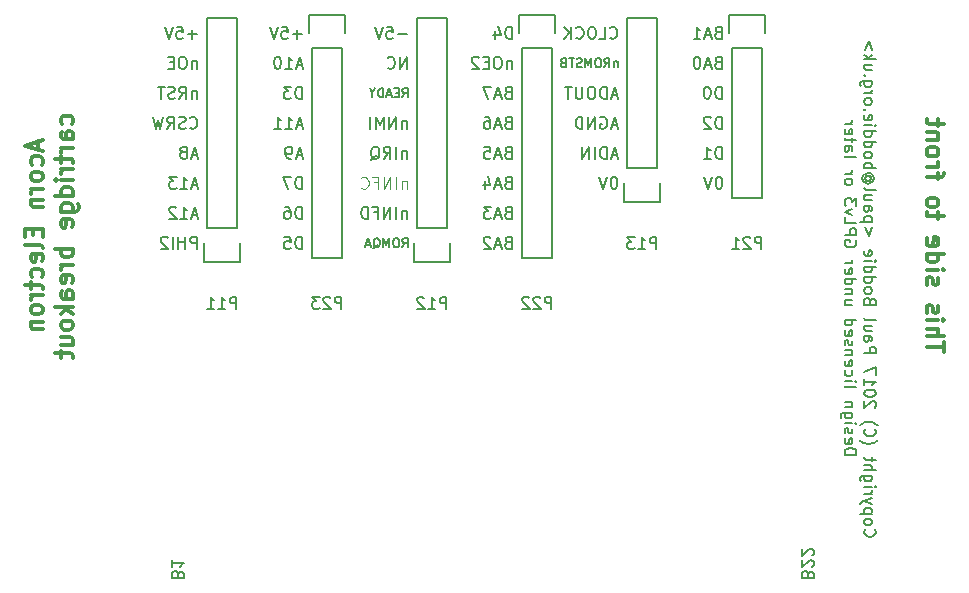
<source format=gbo>
G04 #@! TF.FileFunction,Legend,Bot*
%FSLAX46Y46*%
G04 Gerber Fmt 4.6, Leading zero omitted, Abs format (unit mm)*
G04 Created by KiCad (PCBNEW 4.0.5+dfsg1-2) date Thu Jan 19 16:30:09 2017*
%MOMM*%
%LPD*%
G01*
G04 APERTURE LIST*
%ADD10C,0.100000*%
%ADD11C,0.150000*%
%ADD12C,0.300000*%
G04 APERTURE END LIST*
D10*
D11*
X134452857Y-109304763D02*
X134405238Y-109352382D01*
X134357619Y-109495239D01*
X134357619Y-109590477D01*
X134405238Y-109733335D01*
X134500476Y-109828573D01*
X134595714Y-109876192D01*
X134786190Y-109923811D01*
X134929048Y-109923811D01*
X135119524Y-109876192D01*
X135214762Y-109828573D01*
X135310000Y-109733335D01*
X135357619Y-109590477D01*
X135357619Y-109495239D01*
X135310000Y-109352382D01*
X135262381Y-109304763D01*
X134357619Y-108733335D02*
X134405238Y-108828573D01*
X134452857Y-108876192D01*
X134548095Y-108923811D01*
X134833810Y-108923811D01*
X134929048Y-108876192D01*
X134976667Y-108828573D01*
X135024286Y-108733335D01*
X135024286Y-108590477D01*
X134976667Y-108495239D01*
X134929048Y-108447620D01*
X134833810Y-108400001D01*
X134548095Y-108400001D01*
X134452857Y-108447620D01*
X134405238Y-108495239D01*
X134357619Y-108590477D01*
X134357619Y-108733335D01*
X135024286Y-107971430D02*
X134024286Y-107971430D01*
X134976667Y-107971430D02*
X135024286Y-107876192D01*
X135024286Y-107685715D01*
X134976667Y-107590477D01*
X134929048Y-107542858D01*
X134833810Y-107495239D01*
X134548095Y-107495239D01*
X134452857Y-107542858D01*
X134405238Y-107590477D01*
X134357619Y-107685715D01*
X134357619Y-107876192D01*
X134405238Y-107971430D01*
X135024286Y-107161906D02*
X134357619Y-106923811D01*
X135024286Y-106685715D02*
X134357619Y-106923811D01*
X134119524Y-107019049D01*
X134071905Y-107066668D01*
X134024286Y-107161906D01*
X134357619Y-106304763D02*
X135024286Y-106304763D01*
X134833810Y-106304763D02*
X134929048Y-106257144D01*
X134976667Y-106209525D01*
X135024286Y-106114287D01*
X135024286Y-106019048D01*
X134357619Y-105685715D02*
X135024286Y-105685715D01*
X135357619Y-105685715D02*
X135310000Y-105733334D01*
X135262381Y-105685715D01*
X135310000Y-105638096D01*
X135357619Y-105685715D01*
X135262381Y-105685715D01*
X135024286Y-104780953D02*
X134214762Y-104780953D01*
X134119524Y-104828572D01*
X134071905Y-104876191D01*
X134024286Y-104971430D01*
X134024286Y-105114287D01*
X134071905Y-105209525D01*
X134405238Y-104780953D02*
X134357619Y-104876191D01*
X134357619Y-105066668D01*
X134405238Y-105161906D01*
X134452857Y-105209525D01*
X134548095Y-105257144D01*
X134833810Y-105257144D01*
X134929048Y-105209525D01*
X134976667Y-105161906D01*
X135024286Y-105066668D01*
X135024286Y-104876191D01*
X134976667Y-104780953D01*
X134357619Y-104304763D02*
X135357619Y-104304763D01*
X134357619Y-103876191D02*
X134881429Y-103876191D01*
X134976667Y-103923810D01*
X135024286Y-104019048D01*
X135024286Y-104161906D01*
X134976667Y-104257144D01*
X134929048Y-104304763D01*
X135024286Y-103542858D02*
X135024286Y-103161906D01*
X135357619Y-103400001D02*
X134500476Y-103400001D01*
X134405238Y-103352382D01*
X134357619Y-103257144D01*
X134357619Y-103161906D01*
X133976667Y-101780952D02*
X134024286Y-101828572D01*
X134167143Y-101923810D01*
X134262381Y-101971429D01*
X134405238Y-102019048D01*
X134643333Y-102066667D01*
X134833810Y-102066667D01*
X135071905Y-102019048D01*
X135214762Y-101971429D01*
X135310000Y-101923810D01*
X135452857Y-101828572D01*
X135500476Y-101780952D01*
X134452857Y-100828571D02*
X134405238Y-100876190D01*
X134357619Y-101019047D01*
X134357619Y-101114285D01*
X134405238Y-101257143D01*
X134500476Y-101352381D01*
X134595714Y-101400000D01*
X134786190Y-101447619D01*
X134929048Y-101447619D01*
X135119524Y-101400000D01*
X135214762Y-101352381D01*
X135310000Y-101257143D01*
X135357619Y-101114285D01*
X135357619Y-101019047D01*
X135310000Y-100876190D01*
X135262381Y-100828571D01*
X133976667Y-100495238D02*
X134024286Y-100447619D01*
X134167143Y-100352381D01*
X134262381Y-100304762D01*
X134405238Y-100257143D01*
X134643333Y-100209524D01*
X134833810Y-100209524D01*
X135071905Y-100257143D01*
X135214762Y-100304762D01*
X135310000Y-100352381D01*
X135452857Y-100447619D01*
X135500476Y-100495238D01*
X135262381Y-99019047D02*
X135310000Y-98971428D01*
X135357619Y-98876190D01*
X135357619Y-98638094D01*
X135310000Y-98542856D01*
X135262381Y-98495237D01*
X135167143Y-98447618D01*
X135071905Y-98447618D01*
X134929048Y-98495237D01*
X134357619Y-99066666D01*
X134357619Y-98447618D01*
X135357619Y-97828571D02*
X135357619Y-97733332D01*
X135310000Y-97638094D01*
X135262381Y-97590475D01*
X135167143Y-97542856D01*
X134976667Y-97495237D01*
X134738571Y-97495237D01*
X134548095Y-97542856D01*
X134452857Y-97590475D01*
X134405238Y-97638094D01*
X134357619Y-97733332D01*
X134357619Y-97828571D01*
X134405238Y-97923809D01*
X134452857Y-97971428D01*
X134548095Y-98019047D01*
X134738571Y-98066666D01*
X134976667Y-98066666D01*
X135167143Y-98019047D01*
X135262381Y-97971428D01*
X135310000Y-97923809D01*
X135357619Y-97828571D01*
X134357619Y-96542856D02*
X134357619Y-97114285D01*
X134357619Y-96828571D02*
X135357619Y-96828571D01*
X135214762Y-96923809D01*
X135119524Y-97019047D01*
X135071905Y-97114285D01*
X135357619Y-96209523D02*
X135357619Y-95542856D01*
X134357619Y-95971428D01*
X134357619Y-94399999D02*
X135357619Y-94399999D01*
X135357619Y-94019046D01*
X135310000Y-93923808D01*
X135262381Y-93876189D01*
X135167143Y-93828570D01*
X135024286Y-93828570D01*
X134929048Y-93876189D01*
X134881429Y-93923808D01*
X134833810Y-94019046D01*
X134833810Y-94399999D01*
X134357619Y-92971427D02*
X134881429Y-92971427D01*
X134976667Y-93019046D01*
X135024286Y-93114284D01*
X135024286Y-93304761D01*
X134976667Y-93399999D01*
X134405238Y-92971427D02*
X134357619Y-93066665D01*
X134357619Y-93304761D01*
X134405238Y-93399999D01*
X134500476Y-93447618D01*
X134595714Y-93447618D01*
X134690952Y-93399999D01*
X134738571Y-93304761D01*
X134738571Y-93066665D01*
X134786190Y-92971427D01*
X135024286Y-92066665D02*
X134357619Y-92066665D01*
X135024286Y-92495237D02*
X134500476Y-92495237D01*
X134405238Y-92447618D01*
X134357619Y-92352380D01*
X134357619Y-92209522D01*
X134405238Y-92114284D01*
X134452857Y-92066665D01*
X134357619Y-91447618D02*
X134405238Y-91542856D01*
X134500476Y-91590475D01*
X135357619Y-91590475D01*
X134881429Y-89971426D02*
X134833810Y-89828569D01*
X134786190Y-89780950D01*
X134690952Y-89733331D01*
X134548095Y-89733331D01*
X134452857Y-89780950D01*
X134405238Y-89828569D01*
X134357619Y-89923807D01*
X134357619Y-90304760D01*
X135357619Y-90304760D01*
X135357619Y-89971426D01*
X135310000Y-89876188D01*
X135262381Y-89828569D01*
X135167143Y-89780950D01*
X135071905Y-89780950D01*
X134976667Y-89828569D01*
X134929048Y-89876188D01*
X134881429Y-89971426D01*
X134881429Y-90304760D01*
X134357619Y-89161903D02*
X134405238Y-89257141D01*
X134452857Y-89304760D01*
X134548095Y-89352379D01*
X134833810Y-89352379D01*
X134929048Y-89304760D01*
X134976667Y-89257141D01*
X135024286Y-89161903D01*
X135024286Y-89019045D01*
X134976667Y-88923807D01*
X134929048Y-88876188D01*
X134833810Y-88828569D01*
X134548095Y-88828569D01*
X134452857Y-88876188D01*
X134405238Y-88923807D01*
X134357619Y-89019045D01*
X134357619Y-89161903D01*
X134357619Y-87971426D02*
X135357619Y-87971426D01*
X134405238Y-87971426D02*
X134357619Y-88066664D01*
X134357619Y-88257141D01*
X134405238Y-88352379D01*
X134452857Y-88399998D01*
X134548095Y-88447617D01*
X134833810Y-88447617D01*
X134929048Y-88399998D01*
X134976667Y-88352379D01*
X135024286Y-88257141D01*
X135024286Y-88066664D01*
X134976667Y-87971426D01*
X134357619Y-87066664D02*
X135357619Y-87066664D01*
X134405238Y-87066664D02*
X134357619Y-87161902D01*
X134357619Y-87352379D01*
X134405238Y-87447617D01*
X134452857Y-87495236D01*
X134548095Y-87542855D01*
X134833810Y-87542855D01*
X134929048Y-87495236D01*
X134976667Y-87447617D01*
X135024286Y-87352379D01*
X135024286Y-87161902D01*
X134976667Y-87066664D01*
X134357619Y-86590474D02*
X135024286Y-86590474D01*
X135357619Y-86590474D02*
X135310000Y-86638093D01*
X135262381Y-86590474D01*
X135310000Y-86542855D01*
X135357619Y-86590474D01*
X135262381Y-86590474D01*
X134405238Y-85733331D02*
X134357619Y-85828569D01*
X134357619Y-86019046D01*
X134405238Y-86114284D01*
X134500476Y-86161903D01*
X134881429Y-86161903D01*
X134976667Y-86114284D01*
X135024286Y-86019046D01*
X135024286Y-85828569D01*
X134976667Y-85733331D01*
X134881429Y-85685712D01*
X134786190Y-85685712D01*
X134690952Y-86161903D01*
X135024286Y-83733331D02*
X134738571Y-84495236D01*
X134452857Y-83733331D01*
X135024286Y-83257141D02*
X134024286Y-83257141D01*
X134976667Y-83257141D02*
X135024286Y-83161903D01*
X135024286Y-82971426D01*
X134976667Y-82876188D01*
X134929048Y-82828569D01*
X134833810Y-82780950D01*
X134548095Y-82780950D01*
X134452857Y-82828569D01*
X134405238Y-82876188D01*
X134357619Y-82971426D01*
X134357619Y-83161903D01*
X134405238Y-83257141D01*
X134357619Y-81923807D02*
X134881429Y-81923807D01*
X134976667Y-81971426D01*
X135024286Y-82066664D01*
X135024286Y-82257141D01*
X134976667Y-82352379D01*
X134405238Y-81923807D02*
X134357619Y-82019045D01*
X134357619Y-82257141D01*
X134405238Y-82352379D01*
X134500476Y-82399998D01*
X134595714Y-82399998D01*
X134690952Y-82352379D01*
X134738571Y-82257141D01*
X134738571Y-82019045D01*
X134786190Y-81923807D01*
X135024286Y-81019045D02*
X134357619Y-81019045D01*
X135024286Y-81447617D02*
X134500476Y-81447617D01*
X134405238Y-81399998D01*
X134357619Y-81304760D01*
X134357619Y-81161902D01*
X134405238Y-81066664D01*
X134452857Y-81019045D01*
X134357619Y-80399998D02*
X134405238Y-80495236D01*
X134500476Y-80542855D01*
X135357619Y-80542855D01*
X134833810Y-79399997D02*
X134881429Y-79447616D01*
X134929048Y-79542854D01*
X134929048Y-79638092D01*
X134881429Y-79733330D01*
X134833810Y-79780950D01*
X134738571Y-79828569D01*
X134643333Y-79828569D01*
X134548095Y-79780950D01*
X134500476Y-79733330D01*
X134452857Y-79638092D01*
X134452857Y-79542854D01*
X134500476Y-79447616D01*
X134548095Y-79399997D01*
X134929048Y-79399997D02*
X134548095Y-79399997D01*
X134500476Y-79352378D01*
X134500476Y-79304759D01*
X134548095Y-79209521D01*
X134643333Y-79161902D01*
X134881429Y-79161902D01*
X135024286Y-79257140D01*
X135119524Y-79399997D01*
X135167143Y-79590473D01*
X135119524Y-79780950D01*
X135024286Y-79923807D01*
X134881429Y-80019045D01*
X134690952Y-80066664D01*
X134500476Y-80019045D01*
X134357619Y-79923807D01*
X134262381Y-79780950D01*
X134214762Y-79590473D01*
X134262381Y-79399997D01*
X134357619Y-79257140D01*
X134357619Y-78733331D02*
X135357619Y-78733331D01*
X134976667Y-78733331D02*
X135024286Y-78638093D01*
X135024286Y-78447616D01*
X134976667Y-78352378D01*
X134929048Y-78304759D01*
X134833810Y-78257140D01*
X134548095Y-78257140D01*
X134452857Y-78304759D01*
X134405238Y-78352378D01*
X134357619Y-78447616D01*
X134357619Y-78638093D01*
X134405238Y-78733331D01*
X134357619Y-77685712D02*
X134405238Y-77780950D01*
X134452857Y-77828569D01*
X134548095Y-77876188D01*
X134833810Y-77876188D01*
X134929048Y-77828569D01*
X134976667Y-77780950D01*
X135024286Y-77685712D01*
X135024286Y-77542854D01*
X134976667Y-77447616D01*
X134929048Y-77399997D01*
X134833810Y-77352378D01*
X134548095Y-77352378D01*
X134452857Y-77399997D01*
X134405238Y-77447616D01*
X134357619Y-77542854D01*
X134357619Y-77685712D01*
X134357619Y-76495235D02*
X135357619Y-76495235D01*
X134405238Y-76495235D02*
X134357619Y-76590473D01*
X134357619Y-76780950D01*
X134405238Y-76876188D01*
X134452857Y-76923807D01*
X134548095Y-76971426D01*
X134833810Y-76971426D01*
X134929048Y-76923807D01*
X134976667Y-76876188D01*
X135024286Y-76780950D01*
X135024286Y-76590473D01*
X134976667Y-76495235D01*
X134357619Y-75590473D02*
X135357619Y-75590473D01*
X134405238Y-75590473D02*
X134357619Y-75685711D01*
X134357619Y-75876188D01*
X134405238Y-75971426D01*
X134452857Y-76019045D01*
X134548095Y-76066664D01*
X134833810Y-76066664D01*
X134929048Y-76019045D01*
X134976667Y-75971426D01*
X135024286Y-75876188D01*
X135024286Y-75685711D01*
X134976667Y-75590473D01*
X134357619Y-75114283D02*
X135024286Y-75114283D01*
X135357619Y-75114283D02*
X135310000Y-75161902D01*
X135262381Y-75114283D01*
X135310000Y-75066664D01*
X135357619Y-75114283D01*
X135262381Y-75114283D01*
X134405238Y-74257140D02*
X134357619Y-74352378D01*
X134357619Y-74542855D01*
X134405238Y-74638093D01*
X134500476Y-74685712D01*
X134881429Y-74685712D01*
X134976667Y-74638093D01*
X135024286Y-74542855D01*
X135024286Y-74352378D01*
X134976667Y-74257140D01*
X134881429Y-74209521D01*
X134786190Y-74209521D01*
X134690952Y-74685712D01*
X134452857Y-73780950D02*
X134405238Y-73733331D01*
X134357619Y-73780950D01*
X134405238Y-73828569D01*
X134452857Y-73780950D01*
X134357619Y-73780950D01*
X134357619Y-73161903D02*
X134405238Y-73257141D01*
X134452857Y-73304760D01*
X134548095Y-73352379D01*
X134833810Y-73352379D01*
X134929048Y-73304760D01*
X134976667Y-73257141D01*
X135024286Y-73161903D01*
X135024286Y-73019045D01*
X134976667Y-72923807D01*
X134929048Y-72876188D01*
X134833810Y-72828569D01*
X134548095Y-72828569D01*
X134452857Y-72876188D01*
X134405238Y-72923807D01*
X134357619Y-73019045D01*
X134357619Y-73161903D01*
X134357619Y-72399998D02*
X135024286Y-72399998D01*
X134833810Y-72399998D02*
X134929048Y-72352379D01*
X134976667Y-72304760D01*
X135024286Y-72209522D01*
X135024286Y-72114283D01*
X135024286Y-71352378D02*
X134214762Y-71352378D01*
X134119524Y-71399997D01*
X134071905Y-71447616D01*
X134024286Y-71542855D01*
X134024286Y-71685712D01*
X134071905Y-71780950D01*
X134405238Y-71352378D02*
X134357619Y-71447616D01*
X134357619Y-71638093D01*
X134405238Y-71733331D01*
X134452857Y-71780950D01*
X134548095Y-71828569D01*
X134833810Y-71828569D01*
X134929048Y-71780950D01*
X134976667Y-71733331D01*
X135024286Y-71638093D01*
X135024286Y-71447616D01*
X134976667Y-71352378D01*
X134452857Y-70876188D02*
X134405238Y-70828569D01*
X134357619Y-70876188D01*
X134405238Y-70923807D01*
X134452857Y-70876188D01*
X134357619Y-70876188D01*
X135024286Y-69971426D02*
X134357619Y-69971426D01*
X135024286Y-70399998D02*
X134500476Y-70399998D01*
X134405238Y-70352379D01*
X134357619Y-70257141D01*
X134357619Y-70114283D01*
X134405238Y-70019045D01*
X134452857Y-69971426D01*
X134357619Y-69495236D02*
X135357619Y-69495236D01*
X134738571Y-69399998D02*
X134357619Y-69114283D01*
X135024286Y-69114283D02*
X134643333Y-69495236D01*
X135024286Y-68685712D02*
X134738571Y-67923807D01*
X134452857Y-68685712D01*
X132707619Y-102995241D02*
X133707619Y-102995241D01*
X133707619Y-102757146D01*
X133660000Y-102614288D01*
X133564762Y-102519050D01*
X133469524Y-102471431D01*
X133279048Y-102423812D01*
X133136190Y-102423812D01*
X132945714Y-102471431D01*
X132850476Y-102519050D01*
X132755238Y-102614288D01*
X132707619Y-102757146D01*
X132707619Y-102995241D01*
X132755238Y-101614288D02*
X132707619Y-101709526D01*
X132707619Y-101900003D01*
X132755238Y-101995241D01*
X132850476Y-102042860D01*
X133231429Y-102042860D01*
X133326667Y-101995241D01*
X133374286Y-101900003D01*
X133374286Y-101709526D01*
X133326667Y-101614288D01*
X133231429Y-101566669D01*
X133136190Y-101566669D01*
X133040952Y-102042860D01*
X132755238Y-101185717D02*
X132707619Y-101090479D01*
X132707619Y-100900003D01*
X132755238Y-100804764D01*
X132850476Y-100757145D01*
X132898095Y-100757145D01*
X132993333Y-100804764D01*
X133040952Y-100900003D01*
X133040952Y-101042860D01*
X133088571Y-101138098D01*
X133183810Y-101185717D01*
X133231429Y-101185717D01*
X133326667Y-101138098D01*
X133374286Y-101042860D01*
X133374286Y-100900003D01*
X133326667Y-100804764D01*
X132707619Y-100328574D02*
X133374286Y-100328574D01*
X133707619Y-100328574D02*
X133660000Y-100376193D01*
X133612381Y-100328574D01*
X133660000Y-100280955D01*
X133707619Y-100328574D01*
X133612381Y-100328574D01*
X133374286Y-99423812D02*
X132564762Y-99423812D01*
X132469524Y-99471431D01*
X132421905Y-99519050D01*
X132374286Y-99614289D01*
X132374286Y-99757146D01*
X132421905Y-99852384D01*
X132755238Y-99423812D02*
X132707619Y-99519050D01*
X132707619Y-99709527D01*
X132755238Y-99804765D01*
X132802857Y-99852384D01*
X132898095Y-99900003D01*
X133183810Y-99900003D01*
X133279048Y-99852384D01*
X133326667Y-99804765D01*
X133374286Y-99709527D01*
X133374286Y-99519050D01*
X133326667Y-99423812D01*
X133374286Y-98947622D02*
X132707619Y-98947622D01*
X133279048Y-98947622D02*
X133326667Y-98900003D01*
X133374286Y-98804765D01*
X133374286Y-98661907D01*
X133326667Y-98566669D01*
X133231429Y-98519050D01*
X132707619Y-98519050D01*
X132707619Y-97138098D02*
X132755238Y-97233336D01*
X132850476Y-97280955D01*
X133707619Y-97280955D01*
X132707619Y-96757145D02*
X133374286Y-96757145D01*
X133707619Y-96757145D02*
X133660000Y-96804764D01*
X133612381Y-96757145D01*
X133660000Y-96709526D01*
X133707619Y-96757145D01*
X133612381Y-96757145D01*
X132755238Y-95852383D02*
X132707619Y-95947621D01*
X132707619Y-96138098D01*
X132755238Y-96233336D01*
X132802857Y-96280955D01*
X132898095Y-96328574D01*
X133183810Y-96328574D01*
X133279048Y-96280955D01*
X133326667Y-96233336D01*
X133374286Y-96138098D01*
X133374286Y-95947621D01*
X133326667Y-95852383D01*
X132755238Y-95042859D02*
X132707619Y-95138097D01*
X132707619Y-95328574D01*
X132755238Y-95423812D01*
X132850476Y-95471431D01*
X133231429Y-95471431D01*
X133326667Y-95423812D01*
X133374286Y-95328574D01*
X133374286Y-95138097D01*
X133326667Y-95042859D01*
X133231429Y-94995240D01*
X133136190Y-94995240D01*
X133040952Y-95471431D01*
X133374286Y-94566669D02*
X132707619Y-94566669D01*
X133279048Y-94566669D02*
X133326667Y-94519050D01*
X133374286Y-94423812D01*
X133374286Y-94280954D01*
X133326667Y-94185716D01*
X133231429Y-94138097D01*
X132707619Y-94138097D01*
X132755238Y-93709526D02*
X132707619Y-93614288D01*
X132707619Y-93423812D01*
X132755238Y-93328573D01*
X132850476Y-93280954D01*
X132898095Y-93280954D01*
X132993333Y-93328573D01*
X133040952Y-93423812D01*
X133040952Y-93566669D01*
X133088571Y-93661907D01*
X133183810Y-93709526D01*
X133231429Y-93709526D01*
X133326667Y-93661907D01*
X133374286Y-93566669D01*
X133374286Y-93423812D01*
X133326667Y-93328573D01*
X132755238Y-92471430D02*
X132707619Y-92566668D01*
X132707619Y-92757145D01*
X132755238Y-92852383D01*
X132850476Y-92900002D01*
X133231429Y-92900002D01*
X133326667Y-92852383D01*
X133374286Y-92757145D01*
X133374286Y-92566668D01*
X133326667Y-92471430D01*
X133231429Y-92423811D01*
X133136190Y-92423811D01*
X133040952Y-92900002D01*
X132707619Y-91566668D02*
X133707619Y-91566668D01*
X132755238Y-91566668D02*
X132707619Y-91661906D01*
X132707619Y-91852383D01*
X132755238Y-91947621D01*
X132802857Y-91995240D01*
X132898095Y-92042859D01*
X133183810Y-92042859D01*
X133279048Y-91995240D01*
X133326667Y-91947621D01*
X133374286Y-91852383D01*
X133374286Y-91661906D01*
X133326667Y-91566668D01*
X133374286Y-89900001D02*
X132707619Y-89900001D01*
X133374286Y-90328573D02*
X132850476Y-90328573D01*
X132755238Y-90280954D01*
X132707619Y-90185716D01*
X132707619Y-90042858D01*
X132755238Y-89947620D01*
X132802857Y-89900001D01*
X133374286Y-89423811D02*
X132707619Y-89423811D01*
X133279048Y-89423811D02*
X133326667Y-89376192D01*
X133374286Y-89280954D01*
X133374286Y-89138096D01*
X133326667Y-89042858D01*
X133231429Y-88995239D01*
X132707619Y-88995239D01*
X132707619Y-88090477D02*
X133707619Y-88090477D01*
X132755238Y-88090477D02*
X132707619Y-88185715D01*
X132707619Y-88376192D01*
X132755238Y-88471430D01*
X132802857Y-88519049D01*
X132898095Y-88566668D01*
X133183810Y-88566668D01*
X133279048Y-88519049D01*
X133326667Y-88471430D01*
X133374286Y-88376192D01*
X133374286Y-88185715D01*
X133326667Y-88090477D01*
X132755238Y-87233334D02*
X132707619Y-87328572D01*
X132707619Y-87519049D01*
X132755238Y-87614287D01*
X132850476Y-87661906D01*
X133231429Y-87661906D01*
X133326667Y-87614287D01*
X133374286Y-87519049D01*
X133374286Y-87328572D01*
X133326667Y-87233334D01*
X133231429Y-87185715D01*
X133136190Y-87185715D01*
X133040952Y-87661906D01*
X132707619Y-86757144D02*
X133374286Y-86757144D01*
X133183810Y-86757144D02*
X133279048Y-86709525D01*
X133326667Y-86661906D01*
X133374286Y-86566668D01*
X133374286Y-86471429D01*
X133660000Y-84852381D02*
X133707619Y-84947619D01*
X133707619Y-85090476D01*
X133660000Y-85233334D01*
X133564762Y-85328572D01*
X133469524Y-85376191D01*
X133279048Y-85423810D01*
X133136190Y-85423810D01*
X132945714Y-85376191D01*
X132850476Y-85328572D01*
X132755238Y-85233334D01*
X132707619Y-85090476D01*
X132707619Y-84995238D01*
X132755238Y-84852381D01*
X132802857Y-84804762D01*
X133136190Y-84804762D01*
X133136190Y-84995238D01*
X132707619Y-84376191D02*
X133707619Y-84376191D01*
X133707619Y-83995238D01*
X133660000Y-83900000D01*
X133612381Y-83852381D01*
X133517143Y-83804762D01*
X133374286Y-83804762D01*
X133279048Y-83852381D01*
X133231429Y-83900000D01*
X133183810Y-83995238D01*
X133183810Y-84376191D01*
X132707619Y-82900000D02*
X132707619Y-83376191D01*
X133707619Y-83376191D01*
X133374286Y-82661905D02*
X132707619Y-82423810D01*
X133374286Y-82185714D01*
X133707619Y-81900000D02*
X133707619Y-81280952D01*
X133326667Y-81614286D01*
X133326667Y-81471428D01*
X133279048Y-81376190D01*
X133231429Y-81328571D01*
X133136190Y-81280952D01*
X132898095Y-81280952D01*
X132802857Y-81328571D01*
X132755238Y-81376190D01*
X132707619Y-81471428D01*
X132707619Y-81757143D01*
X132755238Y-81852381D01*
X132802857Y-81900000D01*
X132707619Y-79947619D02*
X132755238Y-80042857D01*
X132802857Y-80090476D01*
X132898095Y-80138095D01*
X133183810Y-80138095D01*
X133279048Y-80090476D01*
X133326667Y-80042857D01*
X133374286Y-79947619D01*
X133374286Y-79804761D01*
X133326667Y-79709523D01*
X133279048Y-79661904D01*
X133183810Y-79614285D01*
X132898095Y-79614285D01*
X132802857Y-79661904D01*
X132755238Y-79709523D01*
X132707619Y-79804761D01*
X132707619Y-79947619D01*
X132707619Y-79185714D02*
X133374286Y-79185714D01*
X133183810Y-79185714D02*
X133279048Y-79138095D01*
X133326667Y-79090476D01*
X133374286Y-78995238D01*
X133374286Y-78899999D01*
X132707619Y-77661904D02*
X132755238Y-77757142D01*
X132850476Y-77804761D01*
X133707619Y-77804761D01*
X132707619Y-76852379D02*
X133231429Y-76852379D01*
X133326667Y-76899998D01*
X133374286Y-76995236D01*
X133374286Y-77185713D01*
X133326667Y-77280951D01*
X132755238Y-76852379D02*
X132707619Y-76947617D01*
X132707619Y-77185713D01*
X132755238Y-77280951D01*
X132850476Y-77328570D01*
X132945714Y-77328570D01*
X133040952Y-77280951D01*
X133088571Y-77185713D01*
X133088571Y-76947617D01*
X133136190Y-76852379D01*
X133374286Y-76519046D02*
X133374286Y-76138094D01*
X133707619Y-76376189D02*
X132850476Y-76376189D01*
X132755238Y-76328570D01*
X132707619Y-76233332D01*
X132707619Y-76138094D01*
X132755238Y-75423807D02*
X132707619Y-75519045D01*
X132707619Y-75709522D01*
X132755238Y-75804760D01*
X132850476Y-75852379D01*
X133231429Y-75852379D01*
X133326667Y-75804760D01*
X133374286Y-75709522D01*
X133374286Y-75519045D01*
X133326667Y-75423807D01*
X133231429Y-75376188D01*
X133136190Y-75376188D01*
X133040952Y-75852379D01*
X132707619Y-74947617D02*
X133374286Y-74947617D01*
X133183810Y-74947617D02*
X133279048Y-74899998D01*
X133326667Y-74852379D01*
X133374286Y-74757141D01*
X133374286Y-74661902D01*
D12*
X64380000Y-76455001D02*
X64380000Y-77169287D01*
X64808571Y-76312144D02*
X63308571Y-76812144D01*
X64808571Y-77312144D01*
X64737143Y-78455001D02*
X64808571Y-78312144D01*
X64808571Y-78026430D01*
X64737143Y-77883572D01*
X64665714Y-77812144D01*
X64522857Y-77740715D01*
X64094286Y-77740715D01*
X63951429Y-77812144D01*
X63880000Y-77883572D01*
X63808571Y-78026430D01*
X63808571Y-78312144D01*
X63880000Y-78455001D01*
X64808571Y-79312144D02*
X64737143Y-79169286D01*
X64665714Y-79097858D01*
X64522857Y-79026429D01*
X64094286Y-79026429D01*
X63951429Y-79097858D01*
X63880000Y-79169286D01*
X63808571Y-79312144D01*
X63808571Y-79526429D01*
X63880000Y-79669286D01*
X63951429Y-79740715D01*
X64094286Y-79812144D01*
X64522857Y-79812144D01*
X64665714Y-79740715D01*
X64737143Y-79669286D01*
X64808571Y-79526429D01*
X64808571Y-79312144D01*
X64808571Y-80455001D02*
X63808571Y-80455001D01*
X64094286Y-80455001D02*
X63951429Y-80526429D01*
X63880000Y-80597858D01*
X63808571Y-80740715D01*
X63808571Y-80883572D01*
X63808571Y-81383572D02*
X64808571Y-81383572D01*
X63951429Y-81383572D02*
X63880000Y-81455000D01*
X63808571Y-81597858D01*
X63808571Y-81812143D01*
X63880000Y-81955000D01*
X64022857Y-82026429D01*
X64808571Y-82026429D01*
X64022857Y-83883572D02*
X64022857Y-84383572D01*
X64808571Y-84597858D02*
X64808571Y-83883572D01*
X63308571Y-83883572D01*
X63308571Y-84597858D01*
X64808571Y-85455001D02*
X64737143Y-85312143D01*
X64594286Y-85240715D01*
X63308571Y-85240715D01*
X64737143Y-86597857D02*
X64808571Y-86455000D01*
X64808571Y-86169286D01*
X64737143Y-86026429D01*
X64594286Y-85955000D01*
X64022857Y-85955000D01*
X63880000Y-86026429D01*
X63808571Y-86169286D01*
X63808571Y-86455000D01*
X63880000Y-86597857D01*
X64022857Y-86669286D01*
X64165714Y-86669286D01*
X64308571Y-85955000D01*
X64737143Y-87955000D02*
X64808571Y-87812143D01*
X64808571Y-87526429D01*
X64737143Y-87383571D01*
X64665714Y-87312143D01*
X64522857Y-87240714D01*
X64094286Y-87240714D01*
X63951429Y-87312143D01*
X63880000Y-87383571D01*
X63808571Y-87526429D01*
X63808571Y-87812143D01*
X63880000Y-87955000D01*
X63808571Y-88383571D02*
X63808571Y-88955000D01*
X63308571Y-88597857D02*
X64594286Y-88597857D01*
X64737143Y-88669285D01*
X64808571Y-88812143D01*
X64808571Y-88955000D01*
X64808571Y-89455000D02*
X63808571Y-89455000D01*
X64094286Y-89455000D02*
X63951429Y-89526428D01*
X63880000Y-89597857D01*
X63808571Y-89740714D01*
X63808571Y-89883571D01*
X64808571Y-90597857D02*
X64737143Y-90454999D01*
X64665714Y-90383571D01*
X64522857Y-90312142D01*
X64094286Y-90312142D01*
X63951429Y-90383571D01*
X63880000Y-90454999D01*
X63808571Y-90597857D01*
X63808571Y-90812142D01*
X63880000Y-90954999D01*
X63951429Y-91026428D01*
X64094286Y-91097857D01*
X64522857Y-91097857D01*
X64665714Y-91026428D01*
X64737143Y-90954999D01*
X64808571Y-90812142D01*
X64808571Y-90597857D01*
X63808571Y-91740714D02*
X64808571Y-91740714D01*
X63951429Y-91740714D02*
X63880000Y-91812142D01*
X63808571Y-91955000D01*
X63808571Y-92169285D01*
X63880000Y-92312142D01*
X64022857Y-92383571D01*
X64808571Y-92383571D01*
X67287143Y-74990715D02*
X67358571Y-74847858D01*
X67358571Y-74562144D01*
X67287143Y-74419286D01*
X67215714Y-74347858D01*
X67072857Y-74276429D01*
X66644286Y-74276429D01*
X66501429Y-74347858D01*
X66430000Y-74419286D01*
X66358571Y-74562144D01*
X66358571Y-74847858D01*
X66430000Y-74990715D01*
X67358571Y-76276429D02*
X66572857Y-76276429D01*
X66430000Y-76205000D01*
X66358571Y-76062143D01*
X66358571Y-75776429D01*
X66430000Y-75633572D01*
X67287143Y-76276429D02*
X67358571Y-76133572D01*
X67358571Y-75776429D01*
X67287143Y-75633572D01*
X67144286Y-75562143D01*
X67001429Y-75562143D01*
X66858571Y-75633572D01*
X66787143Y-75776429D01*
X66787143Y-76133572D01*
X66715714Y-76276429D01*
X67358571Y-76990715D02*
X66358571Y-76990715D01*
X66644286Y-76990715D02*
X66501429Y-77062143D01*
X66430000Y-77133572D01*
X66358571Y-77276429D01*
X66358571Y-77419286D01*
X66358571Y-77705000D02*
X66358571Y-78276429D01*
X65858571Y-77919286D02*
X67144286Y-77919286D01*
X67287143Y-77990714D01*
X67358571Y-78133572D01*
X67358571Y-78276429D01*
X67358571Y-78776429D02*
X66358571Y-78776429D01*
X66644286Y-78776429D02*
X66501429Y-78847857D01*
X66430000Y-78919286D01*
X66358571Y-79062143D01*
X66358571Y-79205000D01*
X67358571Y-79705000D02*
X66358571Y-79705000D01*
X65858571Y-79705000D02*
X65930000Y-79633571D01*
X66001429Y-79705000D01*
X65930000Y-79776428D01*
X65858571Y-79705000D01*
X66001429Y-79705000D01*
X67358571Y-81062143D02*
X65858571Y-81062143D01*
X67287143Y-81062143D02*
X67358571Y-80919286D01*
X67358571Y-80633572D01*
X67287143Y-80490714D01*
X67215714Y-80419286D01*
X67072857Y-80347857D01*
X66644286Y-80347857D01*
X66501429Y-80419286D01*
X66430000Y-80490714D01*
X66358571Y-80633572D01*
X66358571Y-80919286D01*
X66430000Y-81062143D01*
X66358571Y-82419286D02*
X67572857Y-82419286D01*
X67715714Y-82347857D01*
X67787143Y-82276429D01*
X67858571Y-82133572D01*
X67858571Y-81919286D01*
X67787143Y-81776429D01*
X67287143Y-82419286D02*
X67358571Y-82276429D01*
X67358571Y-81990715D01*
X67287143Y-81847857D01*
X67215714Y-81776429D01*
X67072857Y-81705000D01*
X66644286Y-81705000D01*
X66501429Y-81776429D01*
X66430000Y-81847857D01*
X66358571Y-81990715D01*
X66358571Y-82276429D01*
X66430000Y-82419286D01*
X67287143Y-83705000D02*
X67358571Y-83562143D01*
X67358571Y-83276429D01*
X67287143Y-83133572D01*
X67144286Y-83062143D01*
X66572857Y-83062143D01*
X66430000Y-83133572D01*
X66358571Y-83276429D01*
X66358571Y-83562143D01*
X66430000Y-83705000D01*
X66572857Y-83776429D01*
X66715714Y-83776429D01*
X66858571Y-83062143D01*
X67358571Y-85562143D02*
X65858571Y-85562143D01*
X66430000Y-85562143D02*
X66358571Y-85705000D01*
X66358571Y-85990714D01*
X66430000Y-86133571D01*
X66501429Y-86205000D01*
X66644286Y-86276429D01*
X67072857Y-86276429D01*
X67215714Y-86205000D01*
X67287143Y-86133571D01*
X67358571Y-85990714D01*
X67358571Y-85705000D01*
X67287143Y-85562143D01*
X67358571Y-86919286D02*
X66358571Y-86919286D01*
X66644286Y-86919286D02*
X66501429Y-86990714D01*
X66430000Y-87062143D01*
X66358571Y-87205000D01*
X66358571Y-87347857D01*
X67287143Y-88419285D02*
X67358571Y-88276428D01*
X67358571Y-87990714D01*
X67287143Y-87847857D01*
X67144286Y-87776428D01*
X66572857Y-87776428D01*
X66430000Y-87847857D01*
X66358571Y-87990714D01*
X66358571Y-88276428D01*
X66430000Y-88419285D01*
X66572857Y-88490714D01*
X66715714Y-88490714D01*
X66858571Y-87776428D01*
X67358571Y-89776428D02*
X66572857Y-89776428D01*
X66430000Y-89704999D01*
X66358571Y-89562142D01*
X66358571Y-89276428D01*
X66430000Y-89133571D01*
X67287143Y-89776428D02*
X67358571Y-89633571D01*
X67358571Y-89276428D01*
X67287143Y-89133571D01*
X67144286Y-89062142D01*
X67001429Y-89062142D01*
X66858571Y-89133571D01*
X66787143Y-89276428D01*
X66787143Y-89633571D01*
X66715714Y-89776428D01*
X67358571Y-90490714D02*
X65858571Y-90490714D01*
X66787143Y-90633571D02*
X67358571Y-91062142D01*
X66358571Y-91062142D02*
X66930000Y-90490714D01*
X67358571Y-91919286D02*
X67287143Y-91776428D01*
X67215714Y-91705000D01*
X67072857Y-91633571D01*
X66644286Y-91633571D01*
X66501429Y-91705000D01*
X66430000Y-91776428D01*
X66358571Y-91919286D01*
X66358571Y-92133571D01*
X66430000Y-92276428D01*
X66501429Y-92347857D01*
X66644286Y-92419286D01*
X67072857Y-92419286D01*
X67215714Y-92347857D01*
X67287143Y-92276428D01*
X67358571Y-92133571D01*
X67358571Y-91919286D01*
X66358571Y-93705000D02*
X67358571Y-93705000D01*
X66358571Y-93062143D02*
X67144286Y-93062143D01*
X67287143Y-93133571D01*
X67358571Y-93276429D01*
X67358571Y-93490714D01*
X67287143Y-93633571D01*
X67215714Y-93705000D01*
X66358571Y-94205000D02*
X66358571Y-94776429D01*
X65858571Y-94419286D02*
X67144286Y-94419286D01*
X67287143Y-94490714D01*
X67358571Y-94633572D01*
X67358571Y-94776429D01*
D11*
X129611429Y-113093571D02*
X129563810Y-112950714D01*
X129516190Y-112903095D01*
X129420952Y-112855476D01*
X129278095Y-112855476D01*
X129182857Y-112903095D01*
X129135238Y-112950714D01*
X129087619Y-113045952D01*
X129087619Y-113426905D01*
X130087619Y-113426905D01*
X130087619Y-113093571D01*
X130040000Y-112998333D01*
X129992381Y-112950714D01*
X129897143Y-112903095D01*
X129801905Y-112903095D01*
X129706667Y-112950714D01*
X129659048Y-112998333D01*
X129611429Y-113093571D01*
X129611429Y-113426905D01*
X129992381Y-112474524D02*
X130040000Y-112426905D01*
X130087619Y-112331667D01*
X130087619Y-112093571D01*
X130040000Y-111998333D01*
X129992381Y-111950714D01*
X129897143Y-111903095D01*
X129801905Y-111903095D01*
X129659048Y-111950714D01*
X129087619Y-112522143D01*
X129087619Y-111903095D01*
X129992381Y-111522143D02*
X130040000Y-111474524D01*
X130087619Y-111379286D01*
X130087619Y-111141190D01*
X130040000Y-111045952D01*
X129992381Y-110998333D01*
X129897143Y-110950714D01*
X129801905Y-110950714D01*
X129659048Y-110998333D01*
X129087619Y-111569762D01*
X129087619Y-110950714D01*
X76271429Y-113093571D02*
X76223810Y-112950714D01*
X76176190Y-112903095D01*
X76080952Y-112855476D01*
X75938095Y-112855476D01*
X75842857Y-112903095D01*
X75795238Y-112950714D01*
X75747619Y-113045952D01*
X75747619Y-113426905D01*
X76747619Y-113426905D01*
X76747619Y-113093571D01*
X76700000Y-112998333D01*
X76652381Y-112950714D01*
X76557143Y-112903095D01*
X76461905Y-112903095D01*
X76366667Y-112950714D01*
X76319048Y-112998333D01*
X76271429Y-113093571D01*
X76271429Y-113426905D01*
X75747619Y-111903095D02*
X75747619Y-112474524D01*
X75747619Y-112188810D02*
X76747619Y-112188810D01*
X76604762Y-112284048D01*
X76509524Y-112379286D01*
X76461905Y-112474524D01*
X122126429Y-79462381D02*
X122031190Y-79462381D01*
X121935952Y-79510000D01*
X121888333Y-79557619D01*
X121840714Y-79652857D01*
X121793095Y-79843333D01*
X121793095Y-80081429D01*
X121840714Y-80271905D01*
X121888333Y-80367143D01*
X121935952Y-80414762D01*
X122031190Y-80462381D01*
X122126429Y-80462381D01*
X122221667Y-80414762D01*
X122269286Y-80367143D01*
X122316905Y-80271905D01*
X122364524Y-80081429D01*
X122364524Y-79843333D01*
X122316905Y-79652857D01*
X122269286Y-79557619D01*
X122221667Y-79510000D01*
X122126429Y-79462381D01*
X121507381Y-79462381D02*
X121174048Y-80462381D01*
X120840714Y-79462381D01*
X122316905Y-77922381D02*
X122316905Y-76922381D01*
X122078810Y-76922381D01*
X121935952Y-76970000D01*
X121840714Y-77065238D01*
X121793095Y-77160476D01*
X121745476Y-77350952D01*
X121745476Y-77493810D01*
X121793095Y-77684286D01*
X121840714Y-77779524D01*
X121935952Y-77874762D01*
X122078810Y-77922381D01*
X122316905Y-77922381D01*
X120793095Y-77922381D02*
X121364524Y-77922381D01*
X121078810Y-77922381D02*
X121078810Y-76922381D01*
X121174048Y-77065238D01*
X121269286Y-77160476D01*
X121364524Y-77208095D01*
X122316905Y-75382381D02*
X122316905Y-74382381D01*
X122078810Y-74382381D01*
X121935952Y-74430000D01*
X121840714Y-74525238D01*
X121793095Y-74620476D01*
X121745476Y-74810952D01*
X121745476Y-74953810D01*
X121793095Y-75144286D01*
X121840714Y-75239524D01*
X121935952Y-75334762D01*
X122078810Y-75382381D01*
X122316905Y-75382381D01*
X121364524Y-74477619D02*
X121316905Y-74430000D01*
X121221667Y-74382381D01*
X120983571Y-74382381D01*
X120888333Y-74430000D01*
X120840714Y-74477619D01*
X120793095Y-74572857D01*
X120793095Y-74668095D01*
X120840714Y-74810952D01*
X121412143Y-75382381D01*
X120793095Y-75382381D01*
X122316905Y-72842381D02*
X122316905Y-71842381D01*
X122078810Y-71842381D01*
X121935952Y-71890000D01*
X121840714Y-71985238D01*
X121793095Y-72080476D01*
X121745476Y-72270952D01*
X121745476Y-72413810D01*
X121793095Y-72604286D01*
X121840714Y-72699524D01*
X121935952Y-72794762D01*
X122078810Y-72842381D01*
X122316905Y-72842381D01*
X121126429Y-71842381D02*
X121031190Y-71842381D01*
X120935952Y-71890000D01*
X120888333Y-71937619D01*
X120840714Y-72032857D01*
X120793095Y-72223333D01*
X120793095Y-72461429D01*
X120840714Y-72651905D01*
X120888333Y-72747143D01*
X120935952Y-72794762D01*
X121031190Y-72842381D01*
X121126429Y-72842381D01*
X121221667Y-72794762D01*
X121269286Y-72747143D01*
X121316905Y-72651905D01*
X121364524Y-72461429D01*
X121364524Y-72223333D01*
X121316905Y-72032857D01*
X121269286Y-71937619D01*
X121221667Y-71890000D01*
X121126429Y-71842381D01*
X121983571Y-69778571D02*
X121840714Y-69826190D01*
X121793095Y-69873810D01*
X121745476Y-69969048D01*
X121745476Y-70111905D01*
X121793095Y-70207143D01*
X121840714Y-70254762D01*
X121935952Y-70302381D01*
X122316905Y-70302381D01*
X122316905Y-69302381D01*
X121983571Y-69302381D01*
X121888333Y-69350000D01*
X121840714Y-69397619D01*
X121793095Y-69492857D01*
X121793095Y-69588095D01*
X121840714Y-69683333D01*
X121888333Y-69730952D01*
X121983571Y-69778571D01*
X122316905Y-69778571D01*
X121364524Y-70016667D02*
X120888333Y-70016667D01*
X121459762Y-70302381D02*
X121126429Y-69302381D01*
X120793095Y-70302381D01*
X120269286Y-69302381D02*
X120174047Y-69302381D01*
X120078809Y-69350000D01*
X120031190Y-69397619D01*
X119983571Y-69492857D01*
X119935952Y-69683333D01*
X119935952Y-69921429D01*
X119983571Y-70111905D01*
X120031190Y-70207143D01*
X120078809Y-70254762D01*
X120174047Y-70302381D01*
X120269286Y-70302381D01*
X120364524Y-70254762D01*
X120412143Y-70207143D01*
X120459762Y-70111905D01*
X120507381Y-69921429D01*
X120507381Y-69683333D01*
X120459762Y-69492857D01*
X120412143Y-69397619D01*
X120364524Y-69350000D01*
X120269286Y-69302381D01*
X121983571Y-67238571D02*
X121840714Y-67286190D01*
X121793095Y-67333810D01*
X121745476Y-67429048D01*
X121745476Y-67571905D01*
X121793095Y-67667143D01*
X121840714Y-67714762D01*
X121935952Y-67762381D01*
X122316905Y-67762381D01*
X122316905Y-66762381D01*
X121983571Y-66762381D01*
X121888333Y-66810000D01*
X121840714Y-66857619D01*
X121793095Y-66952857D01*
X121793095Y-67048095D01*
X121840714Y-67143333D01*
X121888333Y-67190952D01*
X121983571Y-67238571D01*
X122316905Y-67238571D01*
X121364524Y-67476667D02*
X120888333Y-67476667D01*
X121459762Y-67762381D02*
X121126429Y-66762381D01*
X120793095Y-67762381D01*
X119935952Y-67762381D02*
X120507381Y-67762381D01*
X120221667Y-67762381D02*
X120221667Y-66762381D01*
X120316905Y-66905238D01*
X120412143Y-67000476D01*
X120507381Y-67048095D01*
X113236429Y-79462381D02*
X113141190Y-79462381D01*
X113045952Y-79510000D01*
X112998333Y-79557619D01*
X112950714Y-79652857D01*
X112903095Y-79843333D01*
X112903095Y-80081429D01*
X112950714Y-80271905D01*
X112998333Y-80367143D01*
X113045952Y-80414762D01*
X113141190Y-80462381D01*
X113236429Y-80462381D01*
X113331667Y-80414762D01*
X113379286Y-80367143D01*
X113426905Y-80271905D01*
X113474524Y-80081429D01*
X113474524Y-79843333D01*
X113426905Y-79652857D01*
X113379286Y-79557619D01*
X113331667Y-79510000D01*
X113236429Y-79462381D01*
X112617381Y-79462381D02*
X112284048Y-80462381D01*
X111950714Y-79462381D01*
X113474524Y-77636667D02*
X112998333Y-77636667D01*
X113569762Y-77922381D02*
X113236429Y-76922381D01*
X112903095Y-77922381D01*
X112569762Y-77922381D02*
X112569762Y-76922381D01*
X112331667Y-76922381D01*
X112188809Y-76970000D01*
X112093571Y-77065238D01*
X112045952Y-77160476D01*
X111998333Y-77350952D01*
X111998333Y-77493810D01*
X112045952Y-77684286D01*
X112093571Y-77779524D01*
X112188809Y-77874762D01*
X112331667Y-77922381D01*
X112569762Y-77922381D01*
X111569762Y-77922381D02*
X111569762Y-76922381D01*
X111093572Y-77922381D02*
X111093572Y-76922381D01*
X110522143Y-77922381D01*
X110522143Y-76922381D01*
X113474524Y-75096667D02*
X112998333Y-75096667D01*
X113569762Y-75382381D02*
X113236429Y-74382381D01*
X112903095Y-75382381D01*
X112045952Y-74430000D02*
X112141190Y-74382381D01*
X112284047Y-74382381D01*
X112426905Y-74430000D01*
X112522143Y-74525238D01*
X112569762Y-74620476D01*
X112617381Y-74810952D01*
X112617381Y-74953810D01*
X112569762Y-75144286D01*
X112522143Y-75239524D01*
X112426905Y-75334762D01*
X112284047Y-75382381D01*
X112188809Y-75382381D01*
X112045952Y-75334762D01*
X111998333Y-75287143D01*
X111998333Y-74953810D01*
X112188809Y-74953810D01*
X111569762Y-75382381D02*
X111569762Y-74382381D01*
X110998333Y-75382381D01*
X110998333Y-74382381D01*
X110522143Y-75382381D02*
X110522143Y-74382381D01*
X110284048Y-74382381D01*
X110141190Y-74430000D01*
X110045952Y-74525238D01*
X109998333Y-74620476D01*
X109950714Y-74810952D01*
X109950714Y-74953810D01*
X109998333Y-75144286D01*
X110045952Y-75239524D01*
X110141190Y-75334762D01*
X110284048Y-75382381D01*
X110522143Y-75382381D01*
X113474524Y-72556667D02*
X112998333Y-72556667D01*
X113569762Y-72842381D02*
X113236429Y-71842381D01*
X112903095Y-72842381D01*
X112569762Y-72842381D02*
X112569762Y-71842381D01*
X112331667Y-71842381D01*
X112188809Y-71890000D01*
X112093571Y-71985238D01*
X112045952Y-72080476D01*
X111998333Y-72270952D01*
X111998333Y-72413810D01*
X112045952Y-72604286D01*
X112093571Y-72699524D01*
X112188809Y-72794762D01*
X112331667Y-72842381D01*
X112569762Y-72842381D01*
X111379286Y-71842381D02*
X111188809Y-71842381D01*
X111093571Y-71890000D01*
X110998333Y-71985238D01*
X110950714Y-72175714D01*
X110950714Y-72509048D01*
X110998333Y-72699524D01*
X111093571Y-72794762D01*
X111188809Y-72842381D01*
X111379286Y-72842381D01*
X111474524Y-72794762D01*
X111569762Y-72699524D01*
X111617381Y-72509048D01*
X111617381Y-72175714D01*
X111569762Y-71985238D01*
X111474524Y-71890000D01*
X111379286Y-71842381D01*
X110522143Y-71842381D02*
X110522143Y-72651905D01*
X110474524Y-72747143D01*
X110426905Y-72794762D01*
X110331667Y-72842381D01*
X110141190Y-72842381D01*
X110045952Y-72794762D01*
X109998333Y-72747143D01*
X109950714Y-72651905D01*
X109950714Y-71842381D01*
X109617381Y-71842381D02*
X109045952Y-71842381D01*
X109331667Y-72842381D02*
X109331667Y-71842381D01*
X113486429Y-69689286D02*
X113486429Y-70189286D01*
X113486429Y-69760714D02*
X113450714Y-69725000D01*
X113379286Y-69689286D01*
X113272143Y-69689286D01*
X113200714Y-69725000D01*
X113165000Y-69796429D01*
X113165000Y-70189286D01*
X112379286Y-70189286D02*
X112629286Y-69832143D01*
X112807858Y-70189286D02*
X112807858Y-69439286D01*
X112522143Y-69439286D01*
X112450715Y-69475000D01*
X112415000Y-69510714D01*
X112379286Y-69582143D01*
X112379286Y-69689286D01*
X112415000Y-69760714D01*
X112450715Y-69796429D01*
X112522143Y-69832143D01*
X112807858Y-69832143D01*
X111915000Y-69439286D02*
X111772143Y-69439286D01*
X111700715Y-69475000D01*
X111629286Y-69546429D01*
X111593572Y-69689286D01*
X111593572Y-69939286D01*
X111629286Y-70082143D01*
X111700715Y-70153571D01*
X111772143Y-70189286D01*
X111915000Y-70189286D01*
X111986429Y-70153571D01*
X112057858Y-70082143D01*
X112093572Y-69939286D01*
X112093572Y-69689286D01*
X112057858Y-69546429D01*
X111986429Y-69475000D01*
X111915000Y-69439286D01*
X111272144Y-70189286D02*
X111272144Y-69439286D01*
X111022144Y-69975000D01*
X110772144Y-69439286D01*
X110772144Y-70189286D01*
X110450715Y-70153571D02*
X110343572Y-70189286D01*
X110165001Y-70189286D01*
X110093572Y-70153571D01*
X110057858Y-70117857D01*
X110022143Y-70046429D01*
X110022143Y-69975000D01*
X110057858Y-69903571D01*
X110093572Y-69867857D01*
X110165001Y-69832143D01*
X110307858Y-69796429D01*
X110379286Y-69760714D01*
X110415001Y-69725000D01*
X110450715Y-69653571D01*
X110450715Y-69582143D01*
X110415001Y-69510714D01*
X110379286Y-69475000D01*
X110307858Y-69439286D01*
X110129286Y-69439286D01*
X110022143Y-69475000D01*
X109807857Y-69439286D02*
X109379286Y-69439286D01*
X109593572Y-70189286D02*
X109593572Y-69439286D01*
X108879286Y-69796429D02*
X108772143Y-69832143D01*
X108736428Y-69867857D01*
X108700714Y-69939286D01*
X108700714Y-70046429D01*
X108736428Y-70117857D01*
X108772143Y-70153571D01*
X108843571Y-70189286D01*
X109129286Y-70189286D01*
X109129286Y-69439286D01*
X108879286Y-69439286D01*
X108807857Y-69475000D01*
X108772143Y-69510714D01*
X108736428Y-69582143D01*
X108736428Y-69653571D01*
X108772143Y-69725000D01*
X108807857Y-69760714D01*
X108879286Y-69796429D01*
X109129286Y-69796429D01*
X112855476Y-67667143D02*
X112903095Y-67714762D01*
X113045952Y-67762381D01*
X113141190Y-67762381D01*
X113284048Y-67714762D01*
X113379286Y-67619524D01*
X113426905Y-67524286D01*
X113474524Y-67333810D01*
X113474524Y-67190952D01*
X113426905Y-67000476D01*
X113379286Y-66905238D01*
X113284048Y-66810000D01*
X113141190Y-66762381D01*
X113045952Y-66762381D01*
X112903095Y-66810000D01*
X112855476Y-66857619D01*
X111950714Y-67762381D02*
X112426905Y-67762381D01*
X112426905Y-66762381D01*
X111426905Y-66762381D02*
X111236428Y-66762381D01*
X111141190Y-66810000D01*
X111045952Y-66905238D01*
X110998333Y-67095714D01*
X110998333Y-67429048D01*
X111045952Y-67619524D01*
X111141190Y-67714762D01*
X111236428Y-67762381D01*
X111426905Y-67762381D01*
X111522143Y-67714762D01*
X111617381Y-67619524D01*
X111665000Y-67429048D01*
X111665000Y-67095714D01*
X111617381Y-66905238D01*
X111522143Y-66810000D01*
X111426905Y-66762381D01*
X109998333Y-67667143D02*
X110045952Y-67714762D01*
X110188809Y-67762381D01*
X110284047Y-67762381D01*
X110426905Y-67714762D01*
X110522143Y-67619524D01*
X110569762Y-67524286D01*
X110617381Y-67333810D01*
X110617381Y-67190952D01*
X110569762Y-67000476D01*
X110522143Y-66905238D01*
X110426905Y-66810000D01*
X110284047Y-66762381D01*
X110188809Y-66762381D01*
X110045952Y-66810000D01*
X109998333Y-66857619D01*
X109569762Y-67762381D02*
X109569762Y-66762381D01*
X108998333Y-67762381D02*
X109426905Y-67190952D01*
X108998333Y-66762381D02*
X109569762Y-67333810D01*
X104203571Y-85018571D02*
X104060714Y-85066190D01*
X104013095Y-85113810D01*
X103965476Y-85209048D01*
X103965476Y-85351905D01*
X104013095Y-85447143D01*
X104060714Y-85494762D01*
X104155952Y-85542381D01*
X104536905Y-85542381D01*
X104536905Y-84542381D01*
X104203571Y-84542381D01*
X104108333Y-84590000D01*
X104060714Y-84637619D01*
X104013095Y-84732857D01*
X104013095Y-84828095D01*
X104060714Y-84923333D01*
X104108333Y-84970952D01*
X104203571Y-85018571D01*
X104536905Y-85018571D01*
X103584524Y-85256667D02*
X103108333Y-85256667D01*
X103679762Y-85542381D02*
X103346429Y-84542381D01*
X103013095Y-85542381D01*
X102727381Y-84637619D02*
X102679762Y-84590000D01*
X102584524Y-84542381D01*
X102346428Y-84542381D01*
X102251190Y-84590000D01*
X102203571Y-84637619D01*
X102155952Y-84732857D01*
X102155952Y-84828095D01*
X102203571Y-84970952D01*
X102775000Y-85542381D01*
X102155952Y-85542381D01*
X104203571Y-82478571D02*
X104060714Y-82526190D01*
X104013095Y-82573810D01*
X103965476Y-82669048D01*
X103965476Y-82811905D01*
X104013095Y-82907143D01*
X104060714Y-82954762D01*
X104155952Y-83002381D01*
X104536905Y-83002381D01*
X104536905Y-82002381D01*
X104203571Y-82002381D01*
X104108333Y-82050000D01*
X104060714Y-82097619D01*
X104013095Y-82192857D01*
X104013095Y-82288095D01*
X104060714Y-82383333D01*
X104108333Y-82430952D01*
X104203571Y-82478571D01*
X104536905Y-82478571D01*
X103584524Y-82716667D02*
X103108333Y-82716667D01*
X103679762Y-83002381D02*
X103346429Y-82002381D01*
X103013095Y-83002381D01*
X102775000Y-82002381D02*
X102155952Y-82002381D01*
X102489286Y-82383333D01*
X102346428Y-82383333D01*
X102251190Y-82430952D01*
X102203571Y-82478571D01*
X102155952Y-82573810D01*
X102155952Y-82811905D01*
X102203571Y-82907143D01*
X102251190Y-82954762D01*
X102346428Y-83002381D01*
X102632143Y-83002381D01*
X102727381Y-82954762D01*
X102775000Y-82907143D01*
X104203571Y-79938571D02*
X104060714Y-79986190D01*
X104013095Y-80033810D01*
X103965476Y-80129048D01*
X103965476Y-80271905D01*
X104013095Y-80367143D01*
X104060714Y-80414762D01*
X104155952Y-80462381D01*
X104536905Y-80462381D01*
X104536905Y-79462381D01*
X104203571Y-79462381D01*
X104108333Y-79510000D01*
X104060714Y-79557619D01*
X104013095Y-79652857D01*
X104013095Y-79748095D01*
X104060714Y-79843333D01*
X104108333Y-79890952D01*
X104203571Y-79938571D01*
X104536905Y-79938571D01*
X103584524Y-80176667D02*
X103108333Y-80176667D01*
X103679762Y-80462381D02*
X103346429Y-79462381D01*
X103013095Y-80462381D01*
X102251190Y-79795714D02*
X102251190Y-80462381D01*
X102489286Y-79414762D02*
X102727381Y-80129048D01*
X102108333Y-80129048D01*
X104203571Y-77398571D02*
X104060714Y-77446190D01*
X104013095Y-77493810D01*
X103965476Y-77589048D01*
X103965476Y-77731905D01*
X104013095Y-77827143D01*
X104060714Y-77874762D01*
X104155952Y-77922381D01*
X104536905Y-77922381D01*
X104536905Y-76922381D01*
X104203571Y-76922381D01*
X104108333Y-76970000D01*
X104060714Y-77017619D01*
X104013095Y-77112857D01*
X104013095Y-77208095D01*
X104060714Y-77303333D01*
X104108333Y-77350952D01*
X104203571Y-77398571D01*
X104536905Y-77398571D01*
X103584524Y-77636667D02*
X103108333Y-77636667D01*
X103679762Y-77922381D02*
X103346429Y-76922381D01*
X103013095Y-77922381D01*
X102203571Y-76922381D02*
X102679762Y-76922381D01*
X102727381Y-77398571D01*
X102679762Y-77350952D01*
X102584524Y-77303333D01*
X102346428Y-77303333D01*
X102251190Y-77350952D01*
X102203571Y-77398571D01*
X102155952Y-77493810D01*
X102155952Y-77731905D01*
X102203571Y-77827143D01*
X102251190Y-77874762D01*
X102346428Y-77922381D01*
X102584524Y-77922381D01*
X102679762Y-77874762D01*
X102727381Y-77827143D01*
X104203571Y-74858571D02*
X104060714Y-74906190D01*
X104013095Y-74953810D01*
X103965476Y-75049048D01*
X103965476Y-75191905D01*
X104013095Y-75287143D01*
X104060714Y-75334762D01*
X104155952Y-75382381D01*
X104536905Y-75382381D01*
X104536905Y-74382381D01*
X104203571Y-74382381D01*
X104108333Y-74430000D01*
X104060714Y-74477619D01*
X104013095Y-74572857D01*
X104013095Y-74668095D01*
X104060714Y-74763333D01*
X104108333Y-74810952D01*
X104203571Y-74858571D01*
X104536905Y-74858571D01*
X103584524Y-75096667D02*
X103108333Y-75096667D01*
X103679762Y-75382381D02*
X103346429Y-74382381D01*
X103013095Y-75382381D01*
X102251190Y-74382381D02*
X102441667Y-74382381D01*
X102536905Y-74430000D01*
X102584524Y-74477619D01*
X102679762Y-74620476D01*
X102727381Y-74810952D01*
X102727381Y-75191905D01*
X102679762Y-75287143D01*
X102632143Y-75334762D01*
X102536905Y-75382381D01*
X102346428Y-75382381D01*
X102251190Y-75334762D01*
X102203571Y-75287143D01*
X102155952Y-75191905D01*
X102155952Y-74953810D01*
X102203571Y-74858571D01*
X102251190Y-74810952D01*
X102346428Y-74763333D01*
X102536905Y-74763333D01*
X102632143Y-74810952D01*
X102679762Y-74858571D01*
X102727381Y-74953810D01*
X104203571Y-72318571D02*
X104060714Y-72366190D01*
X104013095Y-72413810D01*
X103965476Y-72509048D01*
X103965476Y-72651905D01*
X104013095Y-72747143D01*
X104060714Y-72794762D01*
X104155952Y-72842381D01*
X104536905Y-72842381D01*
X104536905Y-71842381D01*
X104203571Y-71842381D01*
X104108333Y-71890000D01*
X104060714Y-71937619D01*
X104013095Y-72032857D01*
X104013095Y-72128095D01*
X104060714Y-72223333D01*
X104108333Y-72270952D01*
X104203571Y-72318571D01*
X104536905Y-72318571D01*
X103584524Y-72556667D02*
X103108333Y-72556667D01*
X103679762Y-72842381D02*
X103346429Y-71842381D01*
X103013095Y-72842381D01*
X102775000Y-71842381D02*
X102108333Y-71842381D01*
X102536905Y-72842381D01*
X104536905Y-69635714D02*
X104536905Y-70302381D01*
X104536905Y-69730952D02*
X104489286Y-69683333D01*
X104394048Y-69635714D01*
X104251190Y-69635714D01*
X104155952Y-69683333D01*
X104108333Y-69778571D01*
X104108333Y-70302381D01*
X103441667Y-69302381D02*
X103251190Y-69302381D01*
X103155952Y-69350000D01*
X103060714Y-69445238D01*
X103013095Y-69635714D01*
X103013095Y-69969048D01*
X103060714Y-70159524D01*
X103155952Y-70254762D01*
X103251190Y-70302381D01*
X103441667Y-70302381D01*
X103536905Y-70254762D01*
X103632143Y-70159524D01*
X103679762Y-69969048D01*
X103679762Y-69635714D01*
X103632143Y-69445238D01*
X103536905Y-69350000D01*
X103441667Y-69302381D01*
X102584524Y-69778571D02*
X102251190Y-69778571D01*
X102108333Y-70302381D02*
X102584524Y-70302381D01*
X102584524Y-69302381D01*
X102108333Y-69302381D01*
X101727381Y-69397619D02*
X101679762Y-69350000D01*
X101584524Y-69302381D01*
X101346428Y-69302381D01*
X101251190Y-69350000D01*
X101203571Y-69397619D01*
X101155952Y-69492857D01*
X101155952Y-69588095D01*
X101203571Y-69730952D01*
X101775000Y-70302381D01*
X101155952Y-70302381D01*
X104536905Y-67762381D02*
X104536905Y-66762381D01*
X104298810Y-66762381D01*
X104155952Y-66810000D01*
X104060714Y-66905238D01*
X104013095Y-67000476D01*
X103965476Y-67190952D01*
X103965476Y-67333810D01*
X104013095Y-67524286D01*
X104060714Y-67619524D01*
X104155952Y-67714762D01*
X104298810Y-67762381D01*
X104536905Y-67762381D01*
X103108333Y-67095714D02*
X103108333Y-67762381D01*
X103346429Y-66714762D02*
X103584524Y-67429048D01*
X102965476Y-67429048D01*
X95277857Y-85429286D02*
X95527857Y-85072143D01*
X95706429Y-85429286D02*
X95706429Y-84679286D01*
X95420714Y-84679286D01*
X95349286Y-84715000D01*
X95313571Y-84750714D01*
X95277857Y-84822143D01*
X95277857Y-84929286D01*
X95313571Y-85000714D01*
X95349286Y-85036429D01*
X95420714Y-85072143D01*
X95706429Y-85072143D01*
X94813571Y-84679286D02*
X94670714Y-84679286D01*
X94599286Y-84715000D01*
X94527857Y-84786429D01*
X94492143Y-84929286D01*
X94492143Y-85179286D01*
X94527857Y-85322143D01*
X94599286Y-85393571D01*
X94670714Y-85429286D01*
X94813571Y-85429286D01*
X94885000Y-85393571D01*
X94956429Y-85322143D01*
X94992143Y-85179286D01*
X94992143Y-84929286D01*
X94956429Y-84786429D01*
X94885000Y-84715000D01*
X94813571Y-84679286D01*
X94170715Y-85429286D02*
X94170715Y-84679286D01*
X93920715Y-85215000D01*
X93670715Y-84679286D01*
X93670715Y-85429286D01*
X92813572Y-85500714D02*
X92885000Y-85465000D01*
X92956429Y-85393571D01*
X93063572Y-85286429D01*
X93135000Y-85250714D01*
X93206429Y-85250714D01*
X93170714Y-85429286D02*
X93242143Y-85393571D01*
X93313572Y-85322143D01*
X93349286Y-85179286D01*
X93349286Y-84929286D01*
X93313572Y-84786429D01*
X93242143Y-84715000D01*
X93170714Y-84679286D01*
X93027857Y-84679286D01*
X92956429Y-84715000D01*
X92885000Y-84786429D01*
X92849286Y-84929286D01*
X92849286Y-85179286D01*
X92885000Y-85322143D01*
X92956429Y-85393571D01*
X93027857Y-85429286D01*
X93170714Y-85429286D01*
X92563572Y-85215000D02*
X92206429Y-85215000D01*
X92635000Y-85429286D02*
X92385000Y-84679286D01*
X92135000Y-85429286D01*
X95646905Y-82335714D02*
X95646905Y-83002381D01*
X95646905Y-82430952D02*
X95599286Y-82383333D01*
X95504048Y-82335714D01*
X95361190Y-82335714D01*
X95265952Y-82383333D01*
X95218333Y-82478571D01*
X95218333Y-83002381D01*
X94742143Y-83002381D02*
X94742143Y-82002381D01*
X94265953Y-83002381D02*
X94265953Y-82002381D01*
X93694524Y-83002381D01*
X93694524Y-82002381D01*
X92885000Y-82478571D02*
X93218334Y-82478571D01*
X93218334Y-83002381D02*
X93218334Y-82002381D01*
X92742143Y-82002381D01*
X92361191Y-83002381D02*
X92361191Y-82002381D01*
X92123096Y-82002381D01*
X91980238Y-82050000D01*
X91885000Y-82145238D01*
X91837381Y-82240476D01*
X91789762Y-82430952D01*
X91789762Y-82573810D01*
X91837381Y-82764286D01*
X91885000Y-82859524D01*
X91980238Y-82954762D01*
X92123096Y-83002381D01*
X92361191Y-83002381D01*
D10*
X95646905Y-79795714D02*
X95646905Y-80462381D01*
X95646905Y-79890952D02*
X95599286Y-79843333D01*
X95504048Y-79795714D01*
X95361190Y-79795714D01*
X95265952Y-79843333D01*
X95218333Y-79938571D01*
X95218333Y-80462381D01*
X94742143Y-80462381D02*
X94742143Y-79462381D01*
X94265953Y-80462381D02*
X94265953Y-79462381D01*
X93694524Y-80462381D01*
X93694524Y-79462381D01*
X92885000Y-79938571D02*
X93218334Y-79938571D01*
X93218334Y-80462381D02*
X93218334Y-79462381D01*
X92742143Y-79462381D01*
X91789762Y-80367143D02*
X91837381Y-80414762D01*
X91980238Y-80462381D01*
X92075476Y-80462381D01*
X92218334Y-80414762D01*
X92313572Y-80319524D01*
X92361191Y-80224286D01*
X92408810Y-80033810D01*
X92408810Y-79890952D01*
X92361191Y-79700476D01*
X92313572Y-79605238D01*
X92218334Y-79510000D01*
X92075476Y-79462381D01*
X91980238Y-79462381D01*
X91837381Y-79510000D01*
X91789762Y-79557619D01*
D11*
X95646905Y-77255714D02*
X95646905Y-77922381D01*
X95646905Y-77350952D02*
X95599286Y-77303333D01*
X95504048Y-77255714D01*
X95361190Y-77255714D01*
X95265952Y-77303333D01*
X95218333Y-77398571D01*
X95218333Y-77922381D01*
X94742143Y-77922381D02*
X94742143Y-76922381D01*
X93694524Y-77922381D02*
X94027858Y-77446190D01*
X94265953Y-77922381D02*
X94265953Y-76922381D01*
X93885000Y-76922381D01*
X93789762Y-76970000D01*
X93742143Y-77017619D01*
X93694524Y-77112857D01*
X93694524Y-77255714D01*
X93742143Y-77350952D01*
X93789762Y-77398571D01*
X93885000Y-77446190D01*
X94265953Y-77446190D01*
X92599286Y-78017619D02*
X92694524Y-77970000D01*
X92789762Y-77874762D01*
X92932619Y-77731905D01*
X93027858Y-77684286D01*
X93123096Y-77684286D01*
X93075477Y-77922381D02*
X93170715Y-77874762D01*
X93265953Y-77779524D01*
X93313572Y-77589048D01*
X93313572Y-77255714D01*
X93265953Y-77065238D01*
X93170715Y-76970000D01*
X93075477Y-76922381D01*
X92885000Y-76922381D01*
X92789762Y-76970000D01*
X92694524Y-77065238D01*
X92646905Y-77255714D01*
X92646905Y-77589048D01*
X92694524Y-77779524D01*
X92789762Y-77874762D01*
X92885000Y-77922381D01*
X93075477Y-77922381D01*
X95646905Y-74715714D02*
X95646905Y-75382381D01*
X95646905Y-74810952D02*
X95599286Y-74763333D01*
X95504048Y-74715714D01*
X95361190Y-74715714D01*
X95265952Y-74763333D01*
X95218333Y-74858571D01*
X95218333Y-75382381D01*
X94742143Y-75382381D02*
X94742143Y-74382381D01*
X94170714Y-75382381D01*
X94170714Y-74382381D01*
X93694524Y-75382381D02*
X93694524Y-74382381D01*
X93361190Y-75096667D01*
X93027857Y-74382381D01*
X93027857Y-75382381D01*
X92551667Y-75382381D02*
X92551667Y-74382381D01*
X95277857Y-72729286D02*
X95527857Y-72372143D01*
X95706429Y-72729286D02*
X95706429Y-71979286D01*
X95420714Y-71979286D01*
X95349286Y-72015000D01*
X95313571Y-72050714D01*
X95277857Y-72122143D01*
X95277857Y-72229286D01*
X95313571Y-72300714D01*
X95349286Y-72336429D01*
X95420714Y-72372143D01*
X95706429Y-72372143D01*
X94956429Y-72336429D02*
X94706429Y-72336429D01*
X94599286Y-72729286D02*
X94956429Y-72729286D01*
X94956429Y-71979286D01*
X94599286Y-71979286D01*
X94313572Y-72515000D02*
X93956429Y-72515000D01*
X94385000Y-72729286D02*
X94135000Y-71979286D01*
X93885000Y-72729286D01*
X93635001Y-72729286D02*
X93635001Y-71979286D01*
X93456429Y-71979286D01*
X93349286Y-72015000D01*
X93277858Y-72086429D01*
X93242143Y-72157857D01*
X93206429Y-72300714D01*
X93206429Y-72407857D01*
X93242143Y-72550714D01*
X93277858Y-72622143D01*
X93349286Y-72693571D01*
X93456429Y-72729286D01*
X93635001Y-72729286D01*
X92742143Y-72372143D02*
X92742143Y-72729286D01*
X92992143Y-71979286D02*
X92742143Y-72372143D01*
X92492143Y-71979286D01*
X95646905Y-70302381D02*
X95646905Y-69302381D01*
X95075476Y-70302381D01*
X95075476Y-69302381D01*
X94027857Y-70207143D02*
X94075476Y-70254762D01*
X94218333Y-70302381D01*
X94313571Y-70302381D01*
X94456429Y-70254762D01*
X94551667Y-70159524D01*
X94599286Y-70064286D01*
X94646905Y-69873810D01*
X94646905Y-69730952D01*
X94599286Y-69540476D01*
X94551667Y-69445238D01*
X94456429Y-69350000D01*
X94313571Y-69302381D01*
X94218333Y-69302381D01*
X94075476Y-69350000D01*
X94027857Y-69397619D01*
X86756905Y-85542381D02*
X86756905Y-84542381D01*
X86518810Y-84542381D01*
X86375952Y-84590000D01*
X86280714Y-84685238D01*
X86233095Y-84780476D01*
X86185476Y-84970952D01*
X86185476Y-85113810D01*
X86233095Y-85304286D01*
X86280714Y-85399524D01*
X86375952Y-85494762D01*
X86518810Y-85542381D01*
X86756905Y-85542381D01*
X85280714Y-84542381D02*
X85756905Y-84542381D01*
X85804524Y-85018571D01*
X85756905Y-84970952D01*
X85661667Y-84923333D01*
X85423571Y-84923333D01*
X85328333Y-84970952D01*
X85280714Y-85018571D01*
X85233095Y-85113810D01*
X85233095Y-85351905D01*
X85280714Y-85447143D01*
X85328333Y-85494762D01*
X85423571Y-85542381D01*
X85661667Y-85542381D01*
X85756905Y-85494762D01*
X85804524Y-85447143D01*
X86756905Y-83002381D02*
X86756905Y-82002381D01*
X86518810Y-82002381D01*
X86375952Y-82050000D01*
X86280714Y-82145238D01*
X86233095Y-82240476D01*
X86185476Y-82430952D01*
X86185476Y-82573810D01*
X86233095Y-82764286D01*
X86280714Y-82859524D01*
X86375952Y-82954762D01*
X86518810Y-83002381D01*
X86756905Y-83002381D01*
X85328333Y-82002381D02*
X85518810Y-82002381D01*
X85614048Y-82050000D01*
X85661667Y-82097619D01*
X85756905Y-82240476D01*
X85804524Y-82430952D01*
X85804524Y-82811905D01*
X85756905Y-82907143D01*
X85709286Y-82954762D01*
X85614048Y-83002381D01*
X85423571Y-83002381D01*
X85328333Y-82954762D01*
X85280714Y-82907143D01*
X85233095Y-82811905D01*
X85233095Y-82573810D01*
X85280714Y-82478571D01*
X85328333Y-82430952D01*
X85423571Y-82383333D01*
X85614048Y-82383333D01*
X85709286Y-82430952D01*
X85756905Y-82478571D01*
X85804524Y-82573810D01*
X86756905Y-80462381D02*
X86756905Y-79462381D01*
X86518810Y-79462381D01*
X86375952Y-79510000D01*
X86280714Y-79605238D01*
X86233095Y-79700476D01*
X86185476Y-79890952D01*
X86185476Y-80033810D01*
X86233095Y-80224286D01*
X86280714Y-80319524D01*
X86375952Y-80414762D01*
X86518810Y-80462381D01*
X86756905Y-80462381D01*
X85852143Y-79462381D02*
X85185476Y-79462381D01*
X85614048Y-80462381D01*
X86804524Y-77636667D02*
X86328333Y-77636667D01*
X86899762Y-77922381D02*
X86566429Y-76922381D01*
X86233095Y-77922381D01*
X85852143Y-77922381D02*
X85661667Y-77922381D01*
X85566428Y-77874762D01*
X85518809Y-77827143D01*
X85423571Y-77684286D01*
X85375952Y-77493810D01*
X85375952Y-77112857D01*
X85423571Y-77017619D01*
X85471190Y-76970000D01*
X85566428Y-76922381D01*
X85756905Y-76922381D01*
X85852143Y-76970000D01*
X85899762Y-77017619D01*
X85947381Y-77112857D01*
X85947381Y-77350952D01*
X85899762Y-77446190D01*
X85852143Y-77493810D01*
X85756905Y-77541429D01*
X85566428Y-77541429D01*
X85471190Y-77493810D01*
X85423571Y-77446190D01*
X85375952Y-77350952D01*
X86804524Y-75096667D02*
X86328333Y-75096667D01*
X86899762Y-75382381D02*
X86566429Y-74382381D01*
X86233095Y-75382381D01*
X85375952Y-75382381D02*
X85947381Y-75382381D01*
X85661667Y-75382381D02*
X85661667Y-74382381D01*
X85756905Y-74525238D01*
X85852143Y-74620476D01*
X85947381Y-74668095D01*
X84423571Y-75382381D02*
X84995000Y-75382381D01*
X84709286Y-75382381D02*
X84709286Y-74382381D01*
X84804524Y-74525238D01*
X84899762Y-74620476D01*
X84995000Y-74668095D01*
X86756905Y-72842381D02*
X86756905Y-71842381D01*
X86518810Y-71842381D01*
X86375952Y-71890000D01*
X86280714Y-71985238D01*
X86233095Y-72080476D01*
X86185476Y-72270952D01*
X86185476Y-72413810D01*
X86233095Y-72604286D01*
X86280714Y-72699524D01*
X86375952Y-72794762D01*
X86518810Y-72842381D01*
X86756905Y-72842381D01*
X85852143Y-71842381D02*
X85233095Y-71842381D01*
X85566429Y-72223333D01*
X85423571Y-72223333D01*
X85328333Y-72270952D01*
X85280714Y-72318571D01*
X85233095Y-72413810D01*
X85233095Y-72651905D01*
X85280714Y-72747143D01*
X85328333Y-72794762D01*
X85423571Y-72842381D01*
X85709286Y-72842381D01*
X85804524Y-72794762D01*
X85852143Y-72747143D01*
X86804524Y-70016667D02*
X86328333Y-70016667D01*
X86899762Y-70302381D02*
X86566429Y-69302381D01*
X86233095Y-70302381D01*
X85375952Y-70302381D02*
X85947381Y-70302381D01*
X85661667Y-70302381D02*
X85661667Y-69302381D01*
X85756905Y-69445238D01*
X85852143Y-69540476D01*
X85947381Y-69588095D01*
X84756905Y-69302381D02*
X84661666Y-69302381D01*
X84566428Y-69350000D01*
X84518809Y-69397619D01*
X84471190Y-69492857D01*
X84423571Y-69683333D01*
X84423571Y-69921429D01*
X84471190Y-70111905D01*
X84518809Y-70207143D01*
X84566428Y-70254762D01*
X84661666Y-70302381D01*
X84756905Y-70302381D01*
X84852143Y-70254762D01*
X84899762Y-70207143D01*
X84947381Y-70111905D01*
X84995000Y-69921429D01*
X84995000Y-69683333D01*
X84947381Y-69492857D01*
X84899762Y-69397619D01*
X84852143Y-69350000D01*
X84756905Y-69302381D01*
X86756905Y-67381429D02*
X85995000Y-67381429D01*
X86375952Y-67762381D02*
X86375952Y-67000476D01*
X85042619Y-66762381D02*
X85518810Y-66762381D01*
X85566429Y-67238571D01*
X85518810Y-67190952D01*
X85423572Y-67143333D01*
X85185476Y-67143333D01*
X85090238Y-67190952D01*
X85042619Y-67238571D01*
X84995000Y-67333810D01*
X84995000Y-67571905D01*
X85042619Y-67667143D01*
X85090238Y-67714762D01*
X85185476Y-67762381D01*
X85423572Y-67762381D01*
X85518810Y-67714762D01*
X85566429Y-67667143D01*
X84709286Y-66762381D02*
X84375953Y-67762381D01*
X84042619Y-66762381D01*
X77866905Y-85542381D02*
X77866905Y-84542381D01*
X77485952Y-84542381D01*
X77390714Y-84590000D01*
X77343095Y-84637619D01*
X77295476Y-84732857D01*
X77295476Y-84875714D01*
X77343095Y-84970952D01*
X77390714Y-85018571D01*
X77485952Y-85066190D01*
X77866905Y-85066190D01*
X76866905Y-85542381D02*
X76866905Y-84542381D01*
X76866905Y-85018571D02*
X76295476Y-85018571D01*
X76295476Y-85542381D02*
X76295476Y-84542381D01*
X75819286Y-85542381D02*
X75819286Y-84542381D01*
X75390715Y-84637619D02*
X75343096Y-84590000D01*
X75247858Y-84542381D01*
X75009762Y-84542381D01*
X74914524Y-84590000D01*
X74866905Y-84637619D01*
X74819286Y-84732857D01*
X74819286Y-84828095D01*
X74866905Y-84970952D01*
X75438334Y-85542381D01*
X74819286Y-85542381D01*
X77914524Y-82716667D02*
X77438333Y-82716667D01*
X78009762Y-83002381D02*
X77676429Y-82002381D01*
X77343095Y-83002381D01*
X76485952Y-83002381D02*
X77057381Y-83002381D01*
X76771667Y-83002381D02*
X76771667Y-82002381D01*
X76866905Y-82145238D01*
X76962143Y-82240476D01*
X77057381Y-82288095D01*
X76105000Y-82097619D02*
X76057381Y-82050000D01*
X75962143Y-82002381D01*
X75724047Y-82002381D01*
X75628809Y-82050000D01*
X75581190Y-82097619D01*
X75533571Y-82192857D01*
X75533571Y-82288095D01*
X75581190Y-82430952D01*
X76152619Y-83002381D01*
X75533571Y-83002381D01*
X77914524Y-80176667D02*
X77438333Y-80176667D01*
X78009762Y-80462381D02*
X77676429Y-79462381D01*
X77343095Y-80462381D01*
X76485952Y-80462381D02*
X77057381Y-80462381D01*
X76771667Y-80462381D02*
X76771667Y-79462381D01*
X76866905Y-79605238D01*
X76962143Y-79700476D01*
X77057381Y-79748095D01*
X76152619Y-79462381D02*
X75533571Y-79462381D01*
X75866905Y-79843333D01*
X75724047Y-79843333D01*
X75628809Y-79890952D01*
X75581190Y-79938571D01*
X75533571Y-80033810D01*
X75533571Y-80271905D01*
X75581190Y-80367143D01*
X75628809Y-80414762D01*
X75724047Y-80462381D01*
X76009762Y-80462381D01*
X76105000Y-80414762D01*
X76152619Y-80367143D01*
X77914524Y-77636667D02*
X77438333Y-77636667D01*
X78009762Y-77922381D02*
X77676429Y-76922381D01*
X77343095Y-77922381D01*
X76866905Y-77350952D02*
X76962143Y-77303333D01*
X77009762Y-77255714D01*
X77057381Y-77160476D01*
X77057381Y-77112857D01*
X77009762Y-77017619D01*
X76962143Y-76970000D01*
X76866905Y-76922381D01*
X76676428Y-76922381D01*
X76581190Y-76970000D01*
X76533571Y-77017619D01*
X76485952Y-77112857D01*
X76485952Y-77160476D01*
X76533571Y-77255714D01*
X76581190Y-77303333D01*
X76676428Y-77350952D01*
X76866905Y-77350952D01*
X76962143Y-77398571D01*
X77009762Y-77446190D01*
X77057381Y-77541429D01*
X77057381Y-77731905D01*
X77009762Y-77827143D01*
X76962143Y-77874762D01*
X76866905Y-77922381D01*
X76676428Y-77922381D01*
X76581190Y-77874762D01*
X76533571Y-77827143D01*
X76485952Y-77731905D01*
X76485952Y-77541429D01*
X76533571Y-77446190D01*
X76581190Y-77398571D01*
X76676428Y-77350952D01*
X77295476Y-75287143D02*
X77343095Y-75334762D01*
X77485952Y-75382381D01*
X77581190Y-75382381D01*
X77724048Y-75334762D01*
X77819286Y-75239524D01*
X77866905Y-75144286D01*
X77914524Y-74953810D01*
X77914524Y-74810952D01*
X77866905Y-74620476D01*
X77819286Y-74525238D01*
X77724048Y-74430000D01*
X77581190Y-74382381D01*
X77485952Y-74382381D01*
X77343095Y-74430000D01*
X77295476Y-74477619D01*
X76914524Y-75334762D02*
X76771667Y-75382381D01*
X76533571Y-75382381D01*
X76438333Y-75334762D01*
X76390714Y-75287143D01*
X76343095Y-75191905D01*
X76343095Y-75096667D01*
X76390714Y-75001429D01*
X76438333Y-74953810D01*
X76533571Y-74906190D01*
X76724048Y-74858571D01*
X76819286Y-74810952D01*
X76866905Y-74763333D01*
X76914524Y-74668095D01*
X76914524Y-74572857D01*
X76866905Y-74477619D01*
X76819286Y-74430000D01*
X76724048Y-74382381D01*
X76485952Y-74382381D01*
X76343095Y-74430000D01*
X75343095Y-75382381D02*
X75676429Y-74906190D01*
X75914524Y-75382381D02*
X75914524Y-74382381D01*
X75533571Y-74382381D01*
X75438333Y-74430000D01*
X75390714Y-74477619D01*
X75343095Y-74572857D01*
X75343095Y-74715714D01*
X75390714Y-74810952D01*
X75438333Y-74858571D01*
X75533571Y-74906190D01*
X75914524Y-74906190D01*
X75009762Y-74382381D02*
X74771667Y-75382381D01*
X74581190Y-74668095D01*
X74390714Y-75382381D01*
X74152619Y-74382381D01*
X77866905Y-72175714D02*
X77866905Y-72842381D01*
X77866905Y-72270952D02*
X77819286Y-72223333D01*
X77724048Y-72175714D01*
X77581190Y-72175714D01*
X77485952Y-72223333D01*
X77438333Y-72318571D01*
X77438333Y-72842381D01*
X76390714Y-72842381D02*
X76724048Y-72366190D01*
X76962143Y-72842381D02*
X76962143Y-71842381D01*
X76581190Y-71842381D01*
X76485952Y-71890000D01*
X76438333Y-71937619D01*
X76390714Y-72032857D01*
X76390714Y-72175714D01*
X76438333Y-72270952D01*
X76485952Y-72318571D01*
X76581190Y-72366190D01*
X76962143Y-72366190D01*
X76009762Y-72794762D02*
X75866905Y-72842381D01*
X75628809Y-72842381D01*
X75533571Y-72794762D01*
X75485952Y-72747143D01*
X75438333Y-72651905D01*
X75438333Y-72556667D01*
X75485952Y-72461429D01*
X75533571Y-72413810D01*
X75628809Y-72366190D01*
X75819286Y-72318571D01*
X75914524Y-72270952D01*
X75962143Y-72223333D01*
X76009762Y-72128095D01*
X76009762Y-72032857D01*
X75962143Y-71937619D01*
X75914524Y-71890000D01*
X75819286Y-71842381D01*
X75581190Y-71842381D01*
X75438333Y-71890000D01*
X75152619Y-71842381D02*
X74581190Y-71842381D01*
X74866905Y-72842381D02*
X74866905Y-71842381D01*
X77866905Y-69635714D02*
X77866905Y-70302381D01*
X77866905Y-69730952D02*
X77819286Y-69683333D01*
X77724048Y-69635714D01*
X77581190Y-69635714D01*
X77485952Y-69683333D01*
X77438333Y-69778571D01*
X77438333Y-70302381D01*
X76771667Y-69302381D02*
X76581190Y-69302381D01*
X76485952Y-69350000D01*
X76390714Y-69445238D01*
X76343095Y-69635714D01*
X76343095Y-69969048D01*
X76390714Y-70159524D01*
X76485952Y-70254762D01*
X76581190Y-70302381D01*
X76771667Y-70302381D01*
X76866905Y-70254762D01*
X76962143Y-70159524D01*
X77009762Y-69969048D01*
X77009762Y-69635714D01*
X76962143Y-69445238D01*
X76866905Y-69350000D01*
X76771667Y-69302381D01*
X75914524Y-69778571D02*
X75581190Y-69778571D01*
X75438333Y-70302381D02*
X75914524Y-70302381D01*
X75914524Y-69302381D01*
X75438333Y-69302381D01*
X95646905Y-67381429D02*
X94885000Y-67381429D01*
X93932619Y-66762381D02*
X94408810Y-66762381D01*
X94456429Y-67238571D01*
X94408810Y-67190952D01*
X94313572Y-67143333D01*
X94075476Y-67143333D01*
X93980238Y-67190952D01*
X93932619Y-67238571D01*
X93885000Y-67333810D01*
X93885000Y-67571905D01*
X93932619Y-67667143D01*
X93980238Y-67714762D01*
X94075476Y-67762381D01*
X94313572Y-67762381D01*
X94408810Y-67714762D01*
X94456429Y-67667143D01*
X93599286Y-66762381D02*
X93265953Y-67762381D01*
X92932619Y-66762381D01*
X77866905Y-67381429D02*
X77105000Y-67381429D01*
X77485952Y-67762381D02*
X77485952Y-67000476D01*
X76152619Y-66762381D02*
X76628810Y-66762381D01*
X76676429Y-67238571D01*
X76628810Y-67190952D01*
X76533572Y-67143333D01*
X76295476Y-67143333D01*
X76200238Y-67190952D01*
X76152619Y-67238571D01*
X76105000Y-67333810D01*
X76105000Y-67571905D01*
X76152619Y-67667143D01*
X76200238Y-67714762D01*
X76295476Y-67762381D01*
X76533572Y-67762381D01*
X76628810Y-67714762D01*
X76676429Y-67667143D01*
X75819286Y-66762381D02*
X75485953Y-67762381D01*
X75152619Y-66762381D01*
D12*
X141156429Y-94312143D02*
X141156429Y-93455000D01*
X139656429Y-93883571D02*
X141156429Y-93883571D01*
X139656429Y-92955000D02*
X141156429Y-92955000D01*
X139656429Y-92312143D02*
X140442143Y-92312143D01*
X140585000Y-92383572D01*
X140656429Y-92526429D01*
X140656429Y-92740714D01*
X140585000Y-92883572D01*
X140513571Y-92955000D01*
X139656429Y-91597857D02*
X140656429Y-91597857D01*
X141156429Y-91597857D02*
X141085000Y-91669286D01*
X141013571Y-91597857D01*
X141085000Y-91526429D01*
X141156429Y-91597857D01*
X141013571Y-91597857D01*
X139727857Y-90955000D02*
X139656429Y-90812143D01*
X139656429Y-90526428D01*
X139727857Y-90383571D01*
X139870714Y-90312143D01*
X139942143Y-90312143D01*
X140085000Y-90383571D01*
X140156429Y-90526428D01*
X140156429Y-90740714D01*
X140227857Y-90883571D01*
X140370714Y-90955000D01*
X140442143Y-90955000D01*
X140585000Y-90883571D01*
X140656429Y-90740714D01*
X140656429Y-90526428D01*
X140585000Y-90383571D01*
X139727857Y-88597857D02*
X139656429Y-88455000D01*
X139656429Y-88169285D01*
X139727857Y-88026428D01*
X139870714Y-87955000D01*
X139942143Y-87955000D01*
X140085000Y-88026428D01*
X140156429Y-88169285D01*
X140156429Y-88383571D01*
X140227857Y-88526428D01*
X140370714Y-88597857D01*
X140442143Y-88597857D01*
X140585000Y-88526428D01*
X140656429Y-88383571D01*
X140656429Y-88169285D01*
X140585000Y-88026428D01*
X139656429Y-87312142D02*
X140656429Y-87312142D01*
X141156429Y-87312142D02*
X141085000Y-87383571D01*
X141013571Y-87312142D01*
X141085000Y-87240714D01*
X141156429Y-87312142D01*
X141013571Y-87312142D01*
X139656429Y-85954999D02*
X141156429Y-85954999D01*
X139727857Y-85954999D02*
X139656429Y-86097856D01*
X139656429Y-86383570D01*
X139727857Y-86526428D01*
X139799286Y-86597856D01*
X139942143Y-86669285D01*
X140370714Y-86669285D01*
X140513571Y-86597856D01*
X140585000Y-86526428D01*
X140656429Y-86383570D01*
X140656429Y-86097856D01*
X140585000Y-85954999D01*
X139727857Y-84669285D02*
X139656429Y-84812142D01*
X139656429Y-85097856D01*
X139727857Y-85240713D01*
X139870714Y-85312142D01*
X140442143Y-85312142D01*
X140585000Y-85240713D01*
X140656429Y-85097856D01*
X140656429Y-84812142D01*
X140585000Y-84669285D01*
X140442143Y-84597856D01*
X140299286Y-84597856D01*
X140156429Y-85312142D01*
X140656429Y-83026428D02*
X140656429Y-82454999D01*
X141156429Y-82812142D02*
X139870714Y-82812142D01*
X139727857Y-82740714D01*
X139656429Y-82597856D01*
X139656429Y-82454999D01*
X139656429Y-81740713D02*
X139727857Y-81883571D01*
X139799286Y-81954999D01*
X139942143Y-82026428D01*
X140370714Y-82026428D01*
X140513571Y-81954999D01*
X140585000Y-81883571D01*
X140656429Y-81740713D01*
X140656429Y-81526428D01*
X140585000Y-81383571D01*
X140513571Y-81312142D01*
X140370714Y-81240713D01*
X139942143Y-81240713D01*
X139799286Y-81312142D01*
X139727857Y-81383571D01*
X139656429Y-81526428D01*
X139656429Y-81740713D01*
X140656429Y-79669285D02*
X140656429Y-79097856D01*
X139656429Y-79454999D02*
X140942143Y-79454999D01*
X141085000Y-79383571D01*
X141156429Y-79240713D01*
X141156429Y-79097856D01*
X139656429Y-78597856D02*
X140656429Y-78597856D01*
X140370714Y-78597856D02*
X140513571Y-78526428D01*
X140585000Y-78454999D01*
X140656429Y-78312142D01*
X140656429Y-78169285D01*
X139656429Y-77454999D02*
X139727857Y-77597857D01*
X139799286Y-77669285D01*
X139942143Y-77740714D01*
X140370714Y-77740714D01*
X140513571Y-77669285D01*
X140585000Y-77597857D01*
X140656429Y-77454999D01*
X140656429Y-77240714D01*
X140585000Y-77097857D01*
X140513571Y-77026428D01*
X140370714Y-76954999D01*
X139942143Y-76954999D01*
X139799286Y-77026428D01*
X139727857Y-77097857D01*
X139656429Y-77240714D01*
X139656429Y-77454999D01*
X140656429Y-76312142D02*
X139656429Y-76312142D01*
X140513571Y-76312142D02*
X140585000Y-76240714D01*
X140656429Y-76097856D01*
X140656429Y-75883571D01*
X140585000Y-75740714D01*
X140442143Y-75669285D01*
X139656429Y-75669285D01*
X140656429Y-75169285D02*
X140656429Y-74597856D01*
X141156429Y-74954999D02*
X139870714Y-74954999D01*
X139727857Y-74883571D01*
X139656429Y-74740713D01*
X139656429Y-74597856D01*
D11*
X81280000Y-83820000D02*
X81280000Y-66040000D01*
X81280000Y-66040000D02*
X78740000Y-66040000D01*
X78740000Y-66040000D02*
X78740000Y-83820000D01*
X81560000Y-86640000D02*
X81560000Y-85090000D01*
X81280000Y-83820000D02*
X78740000Y-83820000D01*
X78460000Y-85090000D02*
X78460000Y-86640000D01*
X78460000Y-86640000D02*
X81560000Y-86640000D01*
X99060000Y-83820000D02*
X99060000Y-66040000D01*
X99060000Y-66040000D02*
X96520000Y-66040000D01*
X96520000Y-66040000D02*
X96520000Y-83820000D01*
X99340000Y-86640000D02*
X99340000Y-85090000D01*
X99060000Y-83820000D02*
X96520000Y-83820000D01*
X96240000Y-85090000D02*
X96240000Y-86640000D01*
X96240000Y-86640000D02*
X99340000Y-86640000D01*
X116840000Y-78740000D02*
X116840000Y-66040000D01*
X116840000Y-66040000D02*
X114300000Y-66040000D01*
X114300000Y-66040000D02*
X114300000Y-78740000D01*
X117120000Y-81560000D02*
X117120000Y-80010000D01*
X116840000Y-78740000D02*
X114300000Y-78740000D01*
X114020000Y-80010000D02*
X114020000Y-81560000D01*
X114020000Y-81560000D02*
X117120000Y-81560000D01*
X123190000Y-68580000D02*
X123190000Y-81280000D01*
X123190000Y-81280000D02*
X125730000Y-81280000D01*
X125730000Y-81280000D02*
X125730000Y-68580000D01*
X122910000Y-65760000D02*
X122910000Y-67310000D01*
X123190000Y-68580000D02*
X125730000Y-68580000D01*
X126010000Y-67310000D02*
X126010000Y-65760000D01*
X126010000Y-65760000D02*
X122910000Y-65760000D01*
X105410000Y-68580000D02*
X105410000Y-86360000D01*
X105410000Y-86360000D02*
X107950000Y-86360000D01*
X107950000Y-86360000D02*
X107950000Y-68580000D01*
X105130000Y-65760000D02*
X105130000Y-67310000D01*
X105410000Y-68580000D02*
X107950000Y-68580000D01*
X108230000Y-67310000D02*
X108230000Y-65760000D01*
X108230000Y-65760000D02*
X105130000Y-65760000D01*
X87630000Y-68580000D02*
X87630000Y-86360000D01*
X87630000Y-86360000D02*
X90170000Y-86360000D01*
X90170000Y-86360000D02*
X90170000Y-68580000D01*
X87350000Y-65760000D02*
X87350000Y-67310000D01*
X87630000Y-68580000D02*
X90170000Y-68580000D01*
X90450000Y-67310000D02*
X90450000Y-65760000D01*
X90450000Y-65760000D02*
X87350000Y-65760000D01*
X81224286Y-90642381D02*
X81224286Y-89642381D01*
X80843333Y-89642381D01*
X80748095Y-89690000D01*
X80700476Y-89737619D01*
X80652857Y-89832857D01*
X80652857Y-89975714D01*
X80700476Y-90070952D01*
X80748095Y-90118571D01*
X80843333Y-90166190D01*
X81224286Y-90166190D01*
X79700476Y-90642381D02*
X80271905Y-90642381D01*
X79986191Y-90642381D02*
X79986191Y-89642381D01*
X80081429Y-89785238D01*
X80176667Y-89880476D01*
X80271905Y-89928095D01*
X78748095Y-90642381D02*
X79319524Y-90642381D01*
X79033810Y-90642381D02*
X79033810Y-89642381D01*
X79129048Y-89785238D01*
X79224286Y-89880476D01*
X79319524Y-89928095D01*
X99004286Y-90642381D02*
X99004286Y-89642381D01*
X98623333Y-89642381D01*
X98528095Y-89690000D01*
X98480476Y-89737619D01*
X98432857Y-89832857D01*
X98432857Y-89975714D01*
X98480476Y-90070952D01*
X98528095Y-90118571D01*
X98623333Y-90166190D01*
X99004286Y-90166190D01*
X97480476Y-90642381D02*
X98051905Y-90642381D01*
X97766191Y-90642381D02*
X97766191Y-89642381D01*
X97861429Y-89785238D01*
X97956667Y-89880476D01*
X98051905Y-89928095D01*
X97099524Y-89737619D02*
X97051905Y-89690000D01*
X96956667Y-89642381D01*
X96718571Y-89642381D01*
X96623333Y-89690000D01*
X96575714Y-89737619D01*
X96528095Y-89832857D01*
X96528095Y-89928095D01*
X96575714Y-90070952D01*
X97147143Y-90642381D01*
X96528095Y-90642381D01*
X116784286Y-85562381D02*
X116784286Y-84562381D01*
X116403333Y-84562381D01*
X116308095Y-84610000D01*
X116260476Y-84657619D01*
X116212857Y-84752857D01*
X116212857Y-84895714D01*
X116260476Y-84990952D01*
X116308095Y-85038571D01*
X116403333Y-85086190D01*
X116784286Y-85086190D01*
X115260476Y-85562381D02*
X115831905Y-85562381D01*
X115546191Y-85562381D02*
X115546191Y-84562381D01*
X115641429Y-84705238D01*
X115736667Y-84800476D01*
X115831905Y-84848095D01*
X114927143Y-84562381D02*
X114308095Y-84562381D01*
X114641429Y-84943333D01*
X114498571Y-84943333D01*
X114403333Y-84990952D01*
X114355714Y-85038571D01*
X114308095Y-85133810D01*
X114308095Y-85371905D01*
X114355714Y-85467143D01*
X114403333Y-85514762D01*
X114498571Y-85562381D01*
X114784286Y-85562381D01*
X114879524Y-85514762D01*
X114927143Y-85467143D01*
X125674286Y-85542381D02*
X125674286Y-84542381D01*
X125293333Y-84542381D01*
X125198095Y-84590000D01*
X125150476Y-84637619D01*
X125102857Y-84732857D01*
X125102857Y-84875714D01*
X125150476Y-84970952D01*
X125198095Y-85018571D01*
X125293333Y-85066190D01*
X125674286Y-85066190D01*
X124721905Y-84637619D02*
X124674286Y-84590000D01*
X124579048Y-84542381D01*
X124340952Y-84542381D01*
X124245714Y-84590000D01*
X124198095Y-84637619D01*
X124150476Y-84732857D01*
X124150476Y-84828095D01*
X124198095Y-84970952D01*
X124769524Y-85542381D01*
X124150476Y-85542381D01*
X123198095Y-85542381D02*
X123769524Y-85542381D01*
X123483810Y-85542381D02*
X123483810Y-84542381D01*
X123579048Y-84685238D01*
X123674286Y-84780476D01*
X123769524Y-84828095D01*
X107894286Y-90622381D02*
X107894286Y-89622381D01*
X107513333Y-89622381D01*
X107418095Y-89670000D01*
X107370476Y-89717619D01*
X107322857Y-89812857D01*
X107322857Y-89955714D01*
X107370476Y-90050952D01*
X107418095Y-90098571D01*
X107513333Y-90146190D01*
X107894286Y-90146190D01*
X106941905Y-89717619D02*
X106894286Y-89670000D01*
X106799048Y-89622381D01*
X106560952Y-89622381D01*
X106465714Y-89670000D01*
X106418095Y-89717619D01*
X106370476Y-89812857D01*
X106370476Y-89908095D01*
X106418095Y-90050952D01*
X106989524Y-90622381D01*
X106370476Y-90622381D01*
X105989524Y-89717619D02*
X105941905Y-89670000D01*
X105846667Y-89622381D01*
X105608571Y-89622381D01*
X105513333Y-89670000D01*
X105465714Y-89717619D01*
X105418095Y-89812857D01*
X105418095Y-89908095D01*
X105465714Y-90050952D01*
X106037143Y-90622381D01*
X105418095Y-90622381D01*
X90114286Y-90622381D02*
X90114286Y-89622381D01*
X89733333Y-89622381D01*
X89638095Y-89670000D01*
X89590476Y-89717619D01*
X89542857Y-89812857D01*
X89542857Y-89955714D01*
X89590476Y-90050952D01*
X89638095Y-90098571D01*
X89733333Y-90146190D01*
X90114286Y-90146190D01*
X89161905Y-89717619D02*
X89114286Y-89670000D01*
X89019048Y-89622381D01*
X88780952Y-89622381D01*
X88685714Y-89670000D01*
X88638095Y-89717619D01*
X88590476Y-89812857D01*
X88590476Y-89908095D01*
X88638095Y-90050952D01*
X89209524Y-90622381D01*
X88590476Y-90622381D01*
X88257143Y-89622381D02*
X87638095Y-89622381D01*
X87971429Y-90003333D01*
X87828571Y-90003333D01*
X87733333Y-90050952D01*
X87685714Y-90098571D01*
X87638095Y-90193810D01*
X87638095Y-90431905D01*
X87685714Y-90527143D01*
X87733333Y-90574762D01*
X87828571Y-90622381D01*
X88114286Y-90622381D01*
X88209524Y-90574762D01*
X88257143Y-90527143D01*
M02*

</source>
